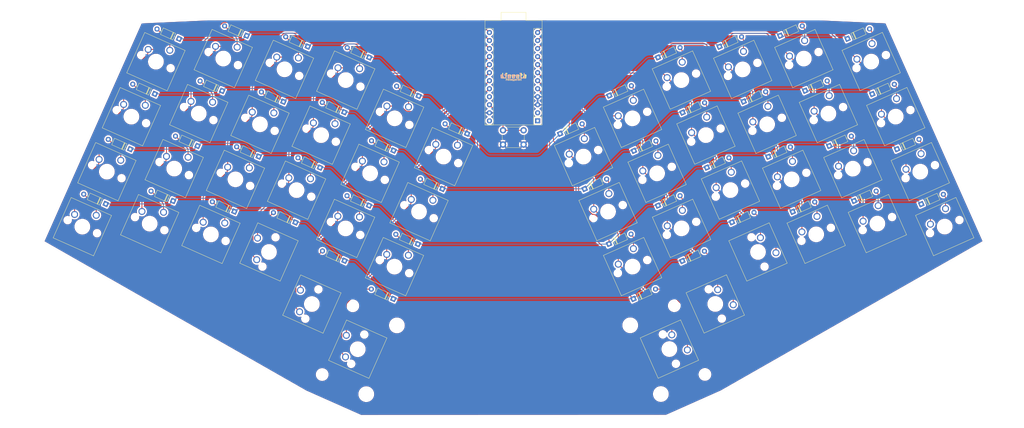
<source format=kicad_pcb>
(kicad_pcb (version 20211014) (generator pcbnew)
  (title_block (title "Lineata") (date "2021-08-02") (rev "0.1"))
  (layers (0 "F.Cu" signal) (31 "B.Cu" signal) (34 "B.Paste" user) (35 "F.Paste" user) (36 "B.SilkS" user "B.Silkscreen") (37 "F.SilkS" user "F.Silkscreen") (38 "B.Mask" user) (39 "F.Mask" user) (44 "Edge.Cuts" user))
  (net 0 "")
  (net 1 "Net-(D1-Pad2)")
  (net 2 "Net-(D1-Pad1)")
  (net 3 "Net-(D2-Pad2)")
  (net 4 "Net-(D10-Pad1)")
  (net 5 "Net-(D3-Pad2)")
  (net 6 "Net-(D11-Pad1)")
  (net 7 "Net-(D4-Pad2)")
  (net 8 "Net-(D12-Pad1)")
  (net 9 "Net-(D5-Pad2)")
  (net 10 "Net-(D6-Pad2)")
  (net 11 "Net-(D7-Pad2)")
  (net 12 "Net-(D8-Pad2)")
  (net 13 "Net-(D9-Pad2)")
  (net 14 "Net-(D10-Pad2)")
  (net 15 "Net-(D11-Pad2)")
  (net 16 "Net-(D12-Pad2)")
  (net 17 "Net-(D13-Pad2)")
  (net 18 "Net-(D14-Pad2)")
  (net 19 "Net-(D15-Pad2)")
  (net 20 "Net-(D16-Pad2)")
  (net 21 "Net-(D17-Pad2)")
  (net 22 "Net-(D18-Pad2)")
  (net 23 "Net-(D19-Pad2)")
  (net 24 "Net-(D20-Pad2)")
  (net 25 "Net-(D21-Pad2)")
  (net 26 "Net-(D22-Pad2)")
  (net 27 "Net-(D23-Pad2)")
  (net 28 "Net-(D24-Pad2)")
  (net 29 "Net-(D25-Pad2)")
  (net 30 "Net-(D26-Pad2)")
  (net 31 "Net-(D27-Pad2)")
  (net 32 "Net-(D28-Pad2)")
  (net 33 "Net-(D29-Pad2)")
  (net 34 "Net-(D30-Pad2)")
  (net 35 "Net-(D31-Pad2)")
  (net 36 "Net-(D32-Pad2)")
  (net 37 "Net-(D33-Pad2)")
  (net 38 "Net-(D34-Pad2)")
  (net 39 "Net-(D35-Pad2)")
  (net 40 "Net-(D36-Pad2)")
  (net 41 "Net-(D37-Pad2)")
  (net 42 "Net-(D38-Pad2)")
  (net 43 "Net-(D39-Pad2)")
  (net 44 "Net-(D40-Pad2)")
  (net 45 "Net-(D41-Pad2)")
  (net 46 "Net-(D42-Pad2)")
  (net 47 "Net-(D43-Pad2)")
  (net 48 "Net-(D44-Pad2)")
  (net 49 "Net-(D45-Pad2)")
  (net 50 "Net-(D46-Pad2)")
  (net 51 "Net-(D47-Pad2)")
  (net 52 "Net-(D48-Pad2)")
  (net 53 "Net-(SW1-Pad2)")
  (net 54 "Net-(SW5-Pad2)")
  (net 55 "Net-(SW10-Pad2)")
  (net 56 "GND")
  (net 57 "Net-(U1-Pad24)")
  (net 58 "Net-(U1-Pad2)")
  (net 59 "Net-(U1-Pad1)")
  (net 60 "Net-(SW13-Pad2)")
  (net 61 "Net-(SW17-Pad2)")
  (net 62 "Net-(SW21-Pad2)")
  (net 63 "Net-(SW25-Pad2)")
  (net 64 "Net-(SW29-Pad2)")
  (net 65 "Net-(SW33-Pad2)")
  (net 66 "Net-(SW37-Pad2)")
  (net 67 "Net-(SW41-Pad2)")
  (net 68 "Net-(SW45-Pad2)")
  (net 69 "Net-(SW49-Pad2)")
  (net 70 "Net-(U1-Pad21)")
  (footprint "Diode_THT:D_DO-35_SOD27_P7.62mm_Horizontal" (layer "F.Cu") (at 86.6775 112.014 156)
    (fp_text reference "D2" hide)
    (fp_text value "D")
  )
  (footprint "Diode_THT:D_DO-35_SOD27_P7.62mm_Horizontal" (layer "F.Cu") (at 78.9305 129.4765 156)
    (fp_text reference "D3" hide)
    (fp_text value "D")
  )
  (footprint "Diode_THT:D_DO-35_SOD27_P7.62mm_Horizontal" (layer "F.Cu") (at 71.1835 146.812 156)
    (fp_text reference "D4" hide)
    (fp_text value "D")
  )
  (footprint "Diode_THT:D_DO-35_SOD27_P7.62mm_Horizontal" (layer "F.Cu") (at 115.697 93.599 156)
    (fp_text reference "D5" hide)
    (fp_text value "D")
  )
  (footprint "Diode_THT:D_DO-35_SOD27_P7.62mm_Horizontal" (layer "F.Cu") (at 107.95 111.0361 156)
    (fp_text reference "D6" hide)
    (fp_text value "D")
  )
  (footprint "Diode_THT:D_DO-35_SOD27_P7.62mm_Horizontal" (layer "F.Cu") (at 100.1776 128.4605 156)
    (fp_text reference "D7" hide)
    (fp_text value "D")
  )
  (footprint "Diode_THT:D_DO-35_SOD27_P7.62mm_Horizontal" (layer "F.Cu") (at 92.456 145.8595 156)
    (fp_text reference "D8" hide)
    (fp_text value "D")
  )
  (footprint "Diode_THT:D_DO-35_SOD27_P7.62mm_Horizontal" (layer "F.Cu") (at 135.001 97.028 156)
    (fp_text reference "D9" hide)
    (fp_text value "D")
  )
  (footprint "Diode_THT:D_DO-35_SOD27_P7.62mm_Horizontal" (layer "F.Cu") (at 127.3175 114.4905 156)
    (fp_text reference "D10" hide)
    (fp_text value "D")
  )
  (footprint "Diode_THT:D_DO-35_SOD27_P7.62mm_Horizontal" (layer "F.Cu") (at 111.8235 149.225 156)
    (fp_text reference "D12" hide)
    (fp_text value "D")
  )
  (footprint "Diode_THT:D_DO-35_SOD27_P7.62mm_Horizontal" (layer "F.Cu") (at 154.432 100.457 156)
    (fp_text reference "D13" hide)
    (fp_text value "D")
  )
  (footprint "Diode_THT:D_DO-35_SOD27_P7.62mm_Horizontal" (layer "F.Cu") (at 146.558 117.7925 156)
    (fp_text reference "D14" hide)
    (fp_text value "D")
  )
  (footprint "Diode_THT:D_DO-35_SOD27_P7.62mm_Horizontal" (layer "F.Cu") (at 138.8745 135.3185 156)
    (fp_text reference "D15" hide)
    (fp_text value "D")
  )
  (footprint "Diode_THT:D_DO-35_SOD27_P7.62mm_Horizontal" (layer "F.Cu") (at 131.1275 152.654 156)
    (fp_text reference "D16" hide)
    (fp_text value "D")
  )
  (footprint "Diode_THT:D_DO-35_SOD27_P7.62mm_Horizontal" (layer "F.Cu") (at 170.053 112.649 156)
    (fp_text reference "D17" hide)
    (fp_text value "D")
  )
  (footprint "Diode_THT:D_DO-35_SOD27_P7.62mm_Horizontal" (layer "F.Cu") (at 162.1155 129.921 156)
    (fp_text reference "D18" hide)
    (fp_text value "D")
  )
  (footprint "Diode_THT:D_DO-35_SOD27_P7.62mm_Horizontal" (layer "F.Cu") (at 154.3685 147.32 156)
    (fp_text reference "D19" hide)
    (fp_text value "D")
  )
  (footprint "Diode_THT:D_DO-35_SOD27_P7.62mm_Horizontal" (layer "F.Cu") (at 146.6215 164.7825 156)
    (fp_text reference "D20" hide)
    (fp_text value "D")
  )
  (footprint "Diode_THT:D_DO-35_SOD27_P7.62mm_Horizontal" (layer "F.Cu") (at 185.3565 124.587 156)
    (fp_text reference "D21" hide)
    (fp_text value "D")
  )
  (footprint "Diode_THT:D_DO-35_SOD27_P7.62mm_Horizontal" (layer "F.Cu") (at 177.546 142.0495 156)
    (fp_text reference "D22" hide)
    (fp_text value "D")
  )
  (footprint "Diode_THT:D_DO-35_SOD27_P7.62mm_Horizontal" (layer "F.Cu") (at 169.799 159.512 156)
    (fp_text reference "D23" hide)
    (fp_text value "D")
  )
  (footprint "Diode_THT:D_DO-35_SOD27_P7.62mm_Horizontal" (layer "F.Cu") (at 162.052 176.8475 156)
    (fp_text reference "D24" hide)
    (fp_text value "D")
  )
  (footprint "Diode_THT:D_DO-35_SOD27_P7.62mm_Horizontal" (layer "F.Cu") (at 214.737 124.587846 24)
    (fp_text reference "D25" hide)
    (fp_text value "D")
  )
  (footprint "Diode_THT:D_DO-35_SOD27_P7.62mm_Horizontal" (layer "F.Cu") (at 222.484 142.0495 24)
    (fp_text reference "D26" hide)
    (fp_text value "D")
  )
  (footprint "Diode_THT:D_DO-35_SOD27_P7.62mm_Horizontal" (layer "F.Cu") (at 230.1875 159.4485 24)
    (fp_text reference "D27" hide)
    (fp_text value "D")
  )
  (footprint "Diode_THT:D_DO-35_SOD27_P7.62mm_Horizontal" (layer "F.Cu") (at 237.9145 176.8475 24)
    (fp_text reference "D28" hide)
    (fp_text value "D")
  )
  (footprint "Diode_THT:D_DO-35_SOD27_P7.62mm_Horizontal" (layer "F.Cu") (at 230.2915 112.522 24)
    (fp_text reference "D29" hide)
    (fp_text value "D")
  )
  (footprint "Diode_THT:D_DO-35_SOD27_P7.62mm_Horizontal" (layer "F.Cu") (at 238.0615 130.003846 24)
    (fp_text reference "D30" hide)
    (fp_text value "D")
  )
  (footprint "Diode_THT:D_DO-35_SOD27_P7.62mm_Horizontal" (layer "F.Cu") (at 245.6815 147.32 24)
    (fp_text reference "D31" hide)
    (fp_text value "D")
  )
  (footprint "Diode_THT:D_DO-35_SOD27_P7.62mm_Horizontal" (layer "F.Cu") (at 253.365 164.846 24)
    (fp_text reference "D32" hide)
    (fp_text value "D")
  )
  (footprint "Diode_THT:D_DO-35_SOD27_P7.62mm_Horizontal" (layer "F.Cu") (at 245.6815 100.453846 24)
    (fp_text reference "D33" hide)
    (fp_text value "D")
  )
  (footprint "Diode_THT:D_DO-35_SOD27_P7.62mm_Horizontal" (layer "F.Cu") (at 253.4285 117.903846 24)
    (fp_text reference "D34" hide)
    (fp_text value "D")
  )
  (footprint "Diode_THT:D_DO-35_SOD27_P7.62mm_Horizontal" (layer "F.Cu") (at 261.112 135.303846 24)
    (fp_text reference "D35" hide)
    (fp_text value "D")
  )
  (footprint "Diode_THT:D_DO-35_SOD27_P7.62mm_Horizontal" (layer "F.Cu") (at 269.0415 152.5905 24)
    (fp_text reference "D36" hide)
    (fp_text value "D" hide)
  )
  (footprint "Diode_THT:D_DO-35_SOD27_P7.62mm_Horizontal" (layer "F.Cu") (at 265.1125 97.053846 24)
    (fp_text reference "D37" hide)
    (fp_text value "D")
  )
  (footprint "Diode_THT:D_DO-35_SOD27_P7.62mm_Horizontal" (layer "F.Cu") (at 272.7325 114.427 24)
    (fp_text reference "D38" hide)
    (fp_text value "D")
  )
  (footprint "Diode_THT:D_DO-35_SOD27_P7.62mm_Horizontal" (layer "F.Cu") (at 280.5415 131.8895 24)
    (fp_text reference "D39" hide)
    (fp_text value "D")
  )
  (footprint "Diode_THT:D_DO-35_SOD27_P7.62mm_Horizontal" (layer "F.Cu") (at 288.2265 149.2885 24)
    (fp_text reference "D40" hide)
    (fp_text value "D")
  )
  (footprint "Diode_THT:D_DO-35_SOD27_P7.62mm_Horizontal" (layer "F.Cu") (at 284.2895 93.599 24)
    (fp_text reference "D41" hide)
    (fp_text value "D")
  )
  (footprint "Diode_THT:D_DO-35_SOD27_P7.62mm_Horizontal" (layer "F.Cu") (at 292.1635 110.998 24)
    (fp_text reference "D42" hide)
    (fp_text value "D")
  )
  (footprint "Diode_THT:D_DO-35_SOD27_P7.62mm_Horizontal" (layer "F.Cu") (at 299.7835 128.4605 24)
    (fp_text reference "D43" hide)
    (fp_text value "D")
  )
  (footprint "Diode_THT:D_DO-35_SOD27_P7.62mm_Horizontal" (layer "F.Cu") (at 307.6415 145.8595 24)
    (fp_text reference "D44" hide)
    (fp_text value "D")
  )
  (footprint "Diode_THT:D_DO-35_SOD27_P7.62mm_Horizontal" (layer "F.Cu") (at 305.562 94.5515 24)
    (fp_text reference "D45" hide)
    (fp_text value "D")
  )
  (footprint "Diode_THT:D_DO-35_SOD27_P7.62mm_Horizontal" (layer "F.Cu") (at 313.3725 112.053846 24)
    (fp_text reference "D46" hide)
    (fp_text value "D")
  )
  (footprint "Diode_THT:D_DO-35_SOD27_P7.62mm_Horizontal" (layer "F.Cu") (at 321.183 129.4765 24)
    (fp_text reference "D47" hide)
    (fp_text value "D")
  )
  (footprint "Diode_THT:D_DO-35_SOD27_P7.62mm_Horizontal" (layer "F.Cu") (at 328.8665 146.8755 24)
    (fp_text reference "D48" hide)
    (fp_text value "D")
  )
  (footprint "Custom Libraries & Footprints:SW_Cherry_MX_1.00u_PCB" (layer "F.Cu") (at 83.673 115.5955 -24)
    (fp_text reference "SW2" hide)
    (fp_text value "SW_Push")
  )
  (footprint "Custom Libraries & Footprints:SW_Cherry_MX_1.00u_PCB" (layer "F.Cu") (at 75.923 132.9955 -24)
    (fp_text reference "SW3" hide)
    (fp_text value "SW_Push")
  )
  (footprint "Custom Libraries & Footprints:SW_Cherry_MX_1.00u_PCB" (layer "F.Cu") (at 68.173 150.3955 -24)
    (fp_text reference "SW4" hide)
    (fp_text value "SW_Push")
  )
  (footprint "Custom Libraries & Footprints:SW_Cherry_MX_1.00u_PCB" (layer "F.Cu") (at 112.698 97.2205 -24)
    (fp_text reference "SW5" hide)
    (fp_text value "SW_Push")
  )
  (footprint "Custom Libraries & Footprints:SW_Cherry_MX_1.00u_PCB" (layer "F.Cu") (at 104.948 114.6205 -24)
    (fp_text reference "SW6" hide)
    (fp_text value "SW_Push")
  )
  (footprint "Custom Libraries & Footprints:SW_Cherry_MX_1.00u_PCB" (layer "F.Cu") (at 97.198 132.0205 -24)
    (fp_text reference "SW7" hide)
    (fp_text value "SW_Push")
  )
  (footprint "Custom Libraries & Footprints:SW_Cherry_MX_1.00u_PCB" (layer "F.Cu") (at 89.448 149.4455 -24)
    (fp_text reference "SW8" hide)
    (fp_text value "SW_Push")
  )
  (footprint "Custom Libraries & Footprints:SW_Cherry_MX_1.00u_PCB" (layer "F.Cu") (at 132.048 100.6205 -24)
    (fp_text reference "SW9" hide)
    (fp_text value "SW_Push")
  )
  (footprint "Custom Libraries & Footprints:SW_Cherry_MX_1.00u_PCB" (layer "F.Cu") (at 124.298 118.0205 -24)
    (fp_text reference "SW10" hide)
    (fp_text value "SW_Push")
  )
  (footprint "Custom Libraries & Footprints:SW_Cherry_MX_1.00u_PCB" (layer "F.Cu") (at 116.548 135.4205 -24)
    (fp_text reference "SW11" hide)
    (fp_text value "SW_Push")
  )
  (footprint "Custom Libraries & Footprints:SW_Cherry_MX_1.00u_PCB" (layer "F.Cu") (at 108.798 152.8455 -24)
    (fp_text reference "SW12" hide)
    (fp_text value "SW_Push")
  )
  (footprint "Custom Libraries & Footprints:SW_Cherry_MX_1.00u_PCB" (layer "F.Cu") (at 151.398 104.0205 -24)
    (fp_text reference "SW13" hide)
    (fp_text value "SW_Push")
  )
  (footprint "Custom Libraries & Footprints:SW_Cherry_MX_1.00u_PCB" (layer "F.Cu") (at 143.623 121.4455 -24)
    (fp_text reference "SW14" hide)
    (fp_text value "SW_Push")
  )
  (footprint "Custom Libraries & Footprints:SW_Cherry_MX_1.00u_PCB" (layer "F.Cu") (at 135.873 138.8378 -24)
    (fp_text reference "SW15" hide)
    (fp_text value "SW_Push")
  )
  (footprint "Custom Libraries & Footprints:SW_Cherry_MX_1.00u_PCB" (layer "F.Cu") (at 166.848 116.1205 -24)
    (fp_text reference "SW17" hide)
    (fp_text value "SW_Push")
  )
  (footprint "Custom Libraries & Footprints:SW_Cherry_MX_1.00u_PCB" (layer "F.Cu") (at 159.098 133.5205 -24)
    (fp_text reference "SW18" hide)
    (fp_text value "SW_Push")
  )
  (footprint "Custom Libraries & Footprints:SW_Cherry_MX_1.00u_PCB" (layer "F.Cu") (at 151.348 150.9455 -24)
    (fp_text reference "SW19" hide)
    (fp_text value "SW_Push")
  )
  (footprint "Custom Libraries & Footprints:Sparkfun_Pro_Micro" (layer "F.Cu") (at 207.645 120.523 180)
    (fp_text reference "U1" hide)
    (fp_text value "Sparkfun_Pro_Micro")
  )
  (footprint "Diode_THT:D_DO-35_SOD27_P7.62mm_Horizontal" (layer "F.Cu") (at 94.3356 94.5769 156)
    (fp_text reference "D1" hide)
    (fp_text value "D")
  )
  (footprint "Custom Libraries & Footprints:SW_Cherry_MX_1.00u_PCB" (layer "F.Cu") (at 91.423 98.1955 -24)
    (fp_text reference "SW1" hide)
    (fp_text value "SW_Push")
  )
  (footprint "Custom Libraries & Footprints:SW_Cherry_MX_1.75u_PCB" (layer "F.Cu") (at 132.698 174.0955 66)
    (fp_text reference "SW20" hide)
    (fp_text value "SW_Push")
  )
  (footprint "Custom Libraries & Footprints:SW_Cherry_MX_1.00u_PCB" (layer "F.Cu") (at 182.298 128.2205 -24)
    (fp_text reference "SW21" hide)
    (fp_text value "SW_Push")
  )
  (footprint "Custom Libraries & Footprints:SW_Cherry_MX_1.00u_PCB" (layer "F.Cu") (at 174.548 145.6455 -24)
    (fp_text reference "SW22" hide)
    (fp_text value "SW_Push")
  )
  (footprint "Custom Libraries & Footprints:SW_Cherry_MX_1.00u_PCB" (layer "F.Cu") (at 166.798 163.0378 -24)
    (fp_text reference "SW23" hide)
    (fp_text value "SW_Push")
  )
  (footprint "Custom Libraries & Footprints:SW_Cherry_MX_2.00u_PCB" (layer "F.Cu") (at 147.198 188.3705 66)
    (fp_text reference "SW24" hide)
    (fp_text value "SW_Push")
  )
  (footprint "Custom Libraries & Footprints:SW_Cherry_MX_1.00u_PCB" (layer "F.Cu") (at 222.3915 126.153846 24)
    (fp_text reference "SW25" hide)
    (fp_text value "SW_Push")
  )
  (footprint "Custom Libraries & Footprints:SW_Cherry_MX_1.00u_PCB" (layer "F.Cu") (at 230.1415 143.553846 24)
    (fp_text reference "SW26" hide)
    (fp_text value "SW_Push")
  )
  (footprint "Custom Libraries & Footprints:SW_Cherry_MX_1.00u_PCB" (layer "F.Cu") (at 237.8915 160.953846 24)
    (fp_text reference "SW27" hide)
    (fp_text value "SW_Push")
  )
  (footprint "Custom Libraries & Footprints:SW_Cherry_MX_2.00u_PCB" (layer "F.Cu") (at 254.9415 192.978846 -66)
    (fp_text reference "SW28" hide)
    (fp_text value "SW_Push")
  )
  (footprint "Custom Libraries & Footprints:SW_Cherry_MX_1.00u_PCB" (layer "F.Cu") (at 237.8665 114.053846 24)
    (fp_text reference "SW29" hide)
    (fp_text value "SW_Push")
  )
  (footprint "Custom Libraries & Footprints:SW_Cherry_MX_1.00u_PCB" (layer "F.Cu") (at 245.6415 131.453846 24)
    (fp_text reference "SW30" hide)
    (fp_text value "SW_Push")
  )
  (footprint "Custom Libraries & Footprints:SW_Cherry_MX_1.00u_PCB" (layer "F.Cu") (at 253.3665 148.853846 24)
    (fp_text reference "SW31" hide)
    (fp_text value "SW_Push")
  )
  (footprint "Custom Libraries & Footprints:SW_Cherry_MX_1.75u_PCB" (layer "F.Cu") (at 269.4415 178.703846 -66)
    (fp_text reference "SW32" hide)
    (fp_text value "SW_Push")
  )
  (footprint "Custom Libraries & Footprints:SW_Cherry_MX_1.00u_PCB" (layer "F.Cu") (at 253.3165 101.953846 24)
    (fp_text reference "SW33" hide)
    (fp_text value "SW_Push")
  )
  (footprint "Custom Libraries & Footprints:SW_Cherry_MX_1.00u_PCB" (layer "F.Cu") (at 261.0665 119.353846 24)
    (fp_text reference "SW34" hide)
    (fp_text value "SW_Push")
  )
  (footprint "Custom Libraries & Footprints:SW_Cherry_MX_1.00u_PCB" (layer "F.Cu") (at 268.8165 136.753846 24)
    (fp_text reference "SW35" hide)
    (fp_text value "SW_Push")
  )
  (footprint "Custom Libraries & Footprints:SW_Cherry_MX_1.00u_PCB" (layer "F.Cu") (at 272.6815 98.573846 24)
    (fp_text reference "SW37" hide)
    (fp_text value "SW_Push")
  )
  (footprint "Custom Libraries & Footprints:SW_Cherry_MX_1.00u_PCB" (layer "F.Cu") (at 280.4065 115.948846 24)
    (fp_text reference "SW38" hide)
    (fp_text value "SW_Push")
  )
  (footprint "Custom Libraries & Footprints:SW_Cherry_MX_1.00u_PCB" (layer "F.Cu") (at 288.1565 133.348846 24)
    (fp_text reference "SW39" hide)
    (fp_text value "SW_Push")
  )
  (footprint "Custom Libraries & Footprints:SW_Cherry_MX_1.00u_PCB" (layer "F.Cu") (at 295.9065 150.748846 24)
    (fp_text reference "SW40" hide)
    (fp_text value "SW_Push")
  )
  (footprint "Custom Libraries & Footprints:SW_Cherry_MX_1.00u_PCB" (layer "F.Cu") (at 292.0065 95.148846 24)
    (fp_text reference "SW41" hide)
    (fp_text value "SW_Push")
  )
  (footprint "Custom Libraries & Footprints:SW_Cherry_MX_1.00u_PCB" (layer "F.Cu") (at 299.7665 112.553846 24)
    (fp_text reference "SW42" hide)
    (fp_text value "SW_Push")
  )
  (footprint "Custom Libraries & Footprints:SW_Cherry_MX_1.00u_PCB" (layer "F.Cu") (at 307.4915 129.978846 24)
    (fp_text reference "SW43" hide)
    (fp_text value "SW_Push")
  )
  (footprint "Custom Libraries & Footprints:SW_Cherry_MX_1.00u_PCB" (layer "F.Cu") (at 315.2415 147.353846 24)
    (fp_text reference "SW44" hide)
    (fp_text value "SW_Push")
  )
  (footprint "Custom Libraries & Footprints:SW_Cherry_MX_1.00u_PCB" (layer "F.Cu") (at 313.2915 96.103846 24)
    (fp_text reference "SW45" hide)
    (fp_text value "SW_Push")
  )
  (footprint "Custom Libraries & Footprints:SW_Cherry_MX_1.00u_PCB" (layer "F.Cu") (at 321.0415 113.503846 24)
    (fp_text reference "SW46" hide)
    (fp_text value "SW_Push")
  )
  (footprint "Custom Libraries & Footprints:SW_Cherry_MX_1.00u_PCB" (layer "F.Cu") (at 328.7915 130.928846 24)
    (fp_text reference "SW47" hide)
    (fp_text value "SW_Push")
  )
  (footprint "Custom Libraries & Footprints:SW_Cherry_MX_1.00u_PCB" (layer "F.Cu") (at 336.5165 148.303846 24)
    (fp_text reference "SW48" hide)
    (fp_text value "SW_Push")
  )
  (footprint "Custom Libraries & Footprints:SW_Cherry_MX_1.25u_PCB" (layer "F.Cu") (at 119.148 157.6205 66)
    (fp_text reference "SW16" hide)
    (fp_text value "SW_Push")
  )
  (footprint "Custom Libraries & Footprints:SW_Cherry_MX_1.25u_PCB" (layer "F.Cu") (at 282.9415 162.253846 -66)
    (fp_text reference "SW36" hide)
    (fp_text value "SW_Push")
  )
  (footprint "Diode_THT:D_DO-35_SOD27_P7.62mm_Horizontal" (layer "F.Cu") (at 119.507 131.826 156)
    (fp_text reference "D11" hide)
    (fp_text value "D")
  )
  (footprint "Button_Switch_THT:SW_PUSH_6mm" (layer "F.Cu") (at 203.2 128.016 180)
    (fp_text reference "SW49" hide)
    (fp_text value "SW_Push")
  )
  (gr_line (start 82.209018 89.227513) (end 51.210685 158.830554) (layer "Edge.Cuts") (width 0.01))
  (gr_line (start 248.314391 214.00187) (end 265.717432 206.253537) (layer "Edge.Cuts") (width 0.01))
  (gr_line (start 296.579671 88.247081) (end 103.484018 88.252513) (layer "Edge.Cuts") (width 0.01))
  (gr_line (start 134.355846 206.286002) (end 151.758887 214.034335) (layer "Edge.Cuts") (width 0.01))
  (gr_line (start 265.717432 206.253537) (end 348.838004 158.805122) (layer "Edge.Cuts") (width 0.01))
  (gr_line (start 317.864671 89.202081) (end 296.579671 88.247081) (layer "Edge.Cuts") (width 0.01))
  (gr_line (start 348.838004 158.805122) (end 317.864671 89.202081) (layer "Edge.Cuts") (width 0.01))
  (gr_line (start 151.758887 214.034335) (end 248.314391 214.00187) (layer "Edge.Cuts") (width 0.01))
  (gr_line (start 51.210685 158.830554) (end 134.355846 206.286002) (layer "Edge.Cuts") (width 0.01))
  (gr_line (start 103.484018 88.252513) (end 82.209018 89.227513) (layer "Edge.Cuts") (width 0.01))
  (gr_text "Lineata" (at 199.8345 106.299) (layer "B.SilkS") (effects (font (size 1.5 1.5) (thickness 0.3) italic) (justify mirror)))
  (gr_text "Prototype 0.1" (at 200.025 107.5055) (layer "B.SilkS") (effects (font (size 0.5 0.5) (thickness 0.1) italic) (justify mirror)))
  (gr_text "Prototype 0.1" (at 200.0885 107.5055) (layer "F.SilkS") (effects (font (size 0.5 0.5) (thickness 0.1) italic)))
  (gr_text "Lineata" (at 200.152 106.299) (layer "F.SilkS") (effects (font (size 1.5 1.5) (thickness 0.3) italic)))
  (segment (start 90.951442 95.054625) (end 87.374384 91.477567) (width 0.25) (layer "F.Cu") (net 1))
  (segment (start 91.423 98.1955) (end 91.423 96.193067) (width 0.25) (layer "F.Cu") (net 1))
  (arc (start 90.951442 95.054625) (mid 91.300446 95.576947) (end 91.423 96.193067) (width 0.25) (layer "F.Cu") (net 1))
  (segment (start 185.828058 114.399942) (end 192.405 107.823) (width 0.25) (layer "F.Cu") (net 2))
  (segment (start 185.3565 124.587) (end 185.3565 115.538384) (width 0.25) (layer "F.Cu") (net 2))
  (arc (start 185.828058 114.399942) (mid 185.479054 114.922264) (end 185.3565 115.538384) (width 0.25) (layer "F.Cu") (net 2))
  (segment (start 135.001 97.028) (end 135.324776 96.704224) (width 0.25) (layer "B.Cu") (net 2))
  (segment (start 158.332558 100.928558) (end 170.053 112.649) (width 0.25) (layer "B.Cu") (net 2))
  (segment (start 305.562 94.5515) (end 305.205903 94.195403) (width 0.25) (layer "B.Cu") (net 2))
  (segment (start 265.1125 97.053846) (end 264.759724 96.70107) (width 0.25) (layer "B.Cu") (net 2))
  (segment (start 249.434276 96.70107) (end 245.6815 100.453846) (width 0.25) (layer "B.Cu") (net 2))
  (segment (start 131.248224 93.275224) (end 135.001 97.028) (width 0.25) (layer "B.Cu") (net 2))
  (segment (start 154.432 100.457) (end 157.194116 100.457) (width 0.25) (layer "B.Cu") (net 2))
  (segment (start 241.888096 100.925404) (end 230.2915 112.522) (width 0.25) (layer "B.Cu") (net 2))
  (segment (start 263.621282 96.229512) (end 250.572718 96.229512) (width 0.25) (layer "B.Cu") (net 2))
  (segment (start 245.6815 100.453846) (end 243.026538 100.453846) (width 0.25) (layer "B.Cu") (net 2))
  (segment (start 208.478404 130.846442) (end 214.737 124.587846) (width 0.25) (layer "B.Cu") (net 2))
  (segment (start 173.890058 113.120558) (end 185.3565 124.587) (width 0.25) (layer "B.Cu") (net 2))
  (segment (start 192.754384 131.318) (end 207.339962 131.318) (width 0.25) (layer "B.Cu") (net 2))
  (segment (start 226.331288 112.993558) (end 214.737 124.587846) (width 0.25) (layer "B.Cu") (net 2))
  (segment (start 115.697 93.599) (end 116.020776 93.275224) (width 0.25) (layer "B.Cu") (net 2))
  (segment (start 282.853128 92.829512) (end 270.003718 92.829512) (width 0.25) (layer "B.Cu") (net 2))
  (segment (start 170.053 112.649) (end 172.751616 112.649) (width 0.25) (layer "B.Cu") (net 2))
  (segment (start 284.414345 93.723845) (end 284.2895 93.599) (width 0.25) (layer "B.Cu") (net 2))
  (segment (start 284.2895 93.599) (end 283.99157 93.30107) (width 0.25) (layer "B.Cu") (net 2))
  (segment (start 230.2915 112.522) (end 227.46973 112.522) (width 0.25) (layer "B.Cu") (net 2))
  (segment (start 94.3356 94.5769) (end 114.052216 94.5769) (width 0.25) (layer "B.Cu") (net 2))
  (segment (start 136.463218 96.232666) (end 149.540782 96.232666) (width 0.25) (layer "B.Cu") (net 2))
  (segment (start 115.190658 94.105342) (end 115.697 93.599) (width 0.25) (layer "B.Cu") (net 2))
  (segment (start 117.159218 92.803666) (end 130.109782 92.803666) (width 0.25) (layer "B.Cu") (net 2))
  (segment (start 304.067461 93.723845) (end 284.414345 93.723845) (width 0.25) (layer "B.Cu") (net 2))
  (segment (start 268.865276 93.30107) (end 265.1125 97.053846) (width 0.25) (layer "B.Cu") (net 2))
  (segment (start 185.3565 124.587) (end 191.615942 130.846442) (width 0.25) (layer "B.Cu") (net 2))
  (segment (start 150.679224 96.704224) (end 154.432 100.457) (width 0.25) (layer "B.Cu") (net 2))
  (arc (start 305.205903 94.195403) (mid 304.683581 93.846399) (end 304.067461 93.723845) (width 0.25) (layer "B.Cu") (net 2))
  (arc (start 131.248224 93.275224) (mid 130.725902 92.92622) (end 130.109782 92.803666) (width 0.25) (layer "B.Cu") (net 2))
  (arc (start 158.332558 100.928558) (mid 157.810236 100.579554) (end 157.194116 100.457) (width 0.25) (layer "B.Cu") (net 2))
  (arc (start 173.890058 113.120558) (mid 173.367736 112.771554) (end 172.751616 112.649) (width 0.25) (layer "B.Cu") (net 2))
  (arc (start 208.478404 130.846442) (mid 207.956082 131.195446) (end 207.339962 131.318) (width 0.25) (layer "B.Cu") (net 2))
  (arc (start 149.540782 96.232666) (mid 150.156902 96.35522) (end 150.679224 96.704224) (width 0.25) (layer "B.Cu") (net 2))
  (arc (start 241.888096 100.925404) (mid 242.410418 100.5764) (end 243.026538 100.453846) (width 0.25) (layer "B.Cu") (net 2))
  (arc (start 135.324776 96.704224) (mid 135.847098 96.35522) (end 136.463218 96.232666) (width 0.25) (layer "B.Cu") (net 2))
  (arc (start 114.052216 94.5769) (mid 114.668336 94.454346) (end 115.190658 94.105342) (width 0.25) (layer "B.Cu") (net 2))
  (arc (start 192.754384 131.318) (mid 192.138264 131.195446) (end 191.615942 130.846442) (width 0.25) (layer "B.Cu") (net 2))
  (arc (start 282.853128 92.829512) (mid 283.469248 92.952066) (end 283.99157 93.30107) (width 0.25) (layer "B.Cu") (net 2))
  (arc (start 226.331288 112.993558) (mid 226.85361 112.644554) (end 227.46973 112.522) (width 0.25) (layer "B.Cu") (net 2))
  (arc (start 264.759724 96.70107) (mid 264.237402 96.352066) (end 263.621282 96.229512) (width 0.25) (layer "B.Cu") (net 2))
  (arc (start 270.003718 92.829512) (mid 269.387598 92.952066) (end 268.865276 93.30107) (width 0.25) (layer "B.Cu") (net 2))
  (arc (start 116.020776 93.275224) (mid 116.543098 92.92622) (end 117.159218 92.803666) (width 0.25) (layer "B.Cu") (net 2))
  (arc (start 249.434276 96.70107) (mid 249.956598 96.352066) (end 250.572718 96.229512) (width 0.25) (layer "B.Cu") (net 2))
  (segment (start 83.673 115.5955) (end 83.673 113.538267) (width 0.25) (layer "F.Cu") (net 3))
  (segment (start 83.201442 112.399825) (end 79.716284 108.914667) (width 0.25) (layer "F.Cu") (net 3))
  (arc (start 83.673 113.538267) (mid 83.550446 112.922147) (end 83.201442 112.399825) (width 0.25) (layer "F.Cu") (net 3))
  (segment (start 188.595 114.839884) (end 188.595 130.333616) (width 0.25) (layer "F.Cu") (net 4))
  (segment (start 192.405 110.363) (end 189.066558 113.701442) (width 0.25) (layer "F.Cu") (net 4))
  (segment (start 188.123442 131.472058) (end 177.546 142.0495) (width 0.25) (layer "F.Cu") (net 4))
  (arc (start 188.595 114.839884) (mid 188.717554 114.223764) (end 189.066558 113.701442) (width 0.25) (layer "F.Cu") (net 4))
  (arc (start 188.595 130.333616) (mid 188.472446 130.949736) (end 188.123442 131.472058) (width 0.25) (layer "F.Cu") (net 4))
  (segment (start 146.558 117.7925) (end 149.320116 117.7925) (width 0.25) (layer "B.Cu") (net 4))
  (segment (start 165.889058 130.392558) (end 177.546 142.0495) (width 0.25) (layer "B.Cu") (net 4))
  (segment (start 127.3175 114.4905) (end 127.768276 114.039724) (width 0.25) (layer "B.Cu") (net 4))
  (segment (start 290.701282 110.202666) (end 277.623718 110.202666) (width 0.25) (layer "B.Cu") (net 4))
  (segment (start 123.564724 110.737724) (end 127.3175 114.4905) (width 0.25) (layer "B.Cu") (net 4))
  (segment (start 162.1155 129.921) (end 164.750616 129.921) (width 0.25) (layer "B.Cu") (net 4))
  (segment (start 249.689942 118.375404) (end 238.0615 130.003846) (width 0.25) (layer "B.Cu") (net 4))
  (segment (start 234.058096 130.475404) (end 222.484 142.0495) (width 0.25) (layer "B.Cu") (net 4))
  (segment (start 177.546 142.0495) (end 222.484 142.0495) (width 0.25) (layer "B.Cu") (net 4))
  (segment (start 253.4285 117.903846) (end 250.828384 117.903846) (width 0.25) (layer "B.Cu") (net 4))
  (segment (start 109.386818 110.266166) (end 122.426282 110.266166) (width 0.25) (layer "B.Cu") (net 4))
  (segment (start 107.95 111.0361) (end 108.248376 110.737724) (width 0.25) (layer "B.Cu") (net 4))
  (segment (start 238.0615 130.003846) (end 235.196538 130.003846) (width 0.25) (layer "B.Cu") (net 4))
  (segment (start 272.7325 114.427) (end 272.45657 114.15107) (width 0.25) (layer "B.Cu") (net 4))
  (segment (start 142.805224 114.039724) (end 146.558 117.7925) (width 0.25) (layer "B.Cu") (net 4))
  (segment (start 313.3725 112.053846) (end 312.788212 111.469558) (width 0.25) (layer "B.Cu") (net 4))
  (segment (start 271.318128 113.679512) (end 258.319718 113.679512) (width 0.25) (layer "B.Cu") (net 4))
  (segment (start 292.1635 110.998) (end 291.839724 110.674224) (width 0.25) (layer "B.Cu") (net 4))
  (segment (start 86.6775 112.014) (end 106.305216 112.014) (width 0.25) (layer "B.Cu") (net 4))
  (segment (start 276.485276 110.674224) (end 272.7325 114.427) (width 0.25) (layer "B.Cu") (net 4))
  (segment (start 107.443658 111.542442) (end 107.95 111.0361) (width 0.25) (layer "B.Cu") (net 4))
  (segment (start 311.64977 110.998) (end 292.1635 110.998) (width 0.25) (layer "B.Cu") (net 4))
  (segment (start 257.181276 114.15107) (end 253.4285 117.903846) (width 0.25) (layer "B.Cu") (net 4))
  (segment (start 150.458558 118.264058) (end 162.1155 129.921) (width 0.25) (layer "B.Cu") (net 4))
  (segment (start 128.906718 113.568166) (end 141.666782 113.568166) (width 0.25) (layer "B.Cu") (net 4))
  (arc (start 290.701282 110.202666) (mid 291.317402 110.32522) (end 291.839724 110.674224) (width 0.25) (layer "B.Cu") (net 4))
  (arc (start 149.320116 117.7925) (mid 149.936236 117.915054) (end 150.458558 118.264058) (width 0.25) (layer "B.Cu") (net 4))
  (arc (start 249.689942 118.375404) (mid 250.212264 118.0264) (end 250.828384 117.903846) (width 0.25) (layer "B.Cu") (net 4))
  (arc (start 312.788212 111.469558) (mid 312.26589 111.120554) (end 311.64977 110.998) (width 0.25) (layer "B.Cu") (net 4))
  (arc (start 109.386818 110.266166) (mid 108.770698 110.38872) (end 108.248376 110.737724) (width 0.25) (layer "B.Cu") (net 4))
  (arc (start 106.305216 112.014) (mid 106.921336 111.891446) (end 107.443658 111.542442) (width 0.25) (layer "B.Cu") (net 4))
  (arc (start 277.623718 110.202666) (mid 277.007598 110.32522) (end 276.485276 110.674224) (width 0.25) (layer "B.Cu") (net 4))
  (arc (start 258.319718 113.679512) (mid 257.703598 113.802066) (end 257.181276 114.15107) (width 0.25) (layer "B.Cu") (net 4))
  (arc (start 123.564724 110.737724) (mid 123.042402 110.38872) (end 122.426282 110.266166) (width 0.25) (layer "B.Cu") (net 4))
  (arc (start 272.45657 114.15107) (mid 271.934248 113.802066) (end 271.318128 113.679512) (width 0.25) (layer "B.Cu") (net 4))
  (arc (start 127.768276 114.039724) (mid 128.290598 113.69072) (end 128.906718 113.568166) (width 0.25) (layer "B.Cu") (net 4))
  (arc (start 165.889058 130.392558) (mid 165.366736 130.043554) (end 164.750616 129.921) (width 0.25) (layer "B.Cu") (net 4))
  (arc (start 142.805224 114.039724) (mid 142.282902 113.69072) (end 141.666782 113.568166) (width 0.25) (layer "B.Cu") (net 4))
  (arc (start 234.058096 130.475404) (mid 234.580418 130.1264) (end 235.196538 130.003846) (width 0.25) (layer "B.Cu") (net 4))
  (segment (start 75.923 132.9955) (end 75.923 130.997767) (width 0.25) (layer "F.Cu") (net 5))
  (segment (start 75.451442 129.859325) (end 71.969284 126.377167) (width 0.25) (layer "F.Cu") (net 5))
  (arc (start 75.923 130.997767) (mid 75.800446 130.381647) (end 75.451442 129.859325) (width 0.25) (layer "F.Cu") (net 5))
  (segment (start 230.1875 159.4485) (end 230.1875 155.162866) (width 0.25) (layer "F.Cu") (net 6))
  (segment (start 215.011 134.207116) (end 215.011 130.016384) (width 0.25) (layer "F.Cu") (net 6))
  (segment (start 221.102764 146.295198) (end 221.098198 146.295198) (width 0.25) (layer "F.Cu") (net 6))
  (segment (start 229.715942 154.024424) (end 226.282065 150.590547) (width 0.25) (layer "F.Cu") (net 6))
  (segment (start 212.126442 112.304442) (end 207.645 107.823) (width 0.25) (layer "F.Cu") (net 6))
  (segment (start 220.127442 139.990442) (end 215.482558 135.345558) (width 0.25) (layer "F.Cu") (net 6))
  (segment (start 208.051692 107.823) (end 207.645 107.823) (width 0.25) (layer "F.Cu") (net 6))
  (segment (start 221.098198 146.295198) (end 221.070558 146.267558) (width 0.25) (layer "F.Cu") (net 6))
  (segment (start 225.143623 150.118989) (end 224.926555 150.118989) (width 0.25) (layer "F.Cu") (net 6))
  (segment (start 220.599 145.129116) (end 220.599 141.128884) (width 0.25) (layer "F.Cu") (net 6))
  (segment (start 224.926555 150.118989) (end 221.102764 146.295198) (width 0.25) (layer "F.Cu") (net 6))
  (segment (start 212.598 126.269616) (end 212.598 113.442884) (width 0.25) (layer "F.Cu") (net 6))
  (segment (start 214.539442 128.877942) (end 213.069558 127.408058) (width 0.25) (layer "F.Cu") (net 6))
  (arc (start 212.598 126.269616) (mid 212.720554 126.885736) (end 213.069558 127.408058) (width 0.25) (layer "F.Cu") (net 6))
  (arc (start 212.126442 112.304442) (mid 212.475446 112.826764) (end 212.598 113.442884) (width 0.25) (layer "F.Cu") (net 6))
  (arc (start 226.282065 150.590547) (mid 225.759743 150.241543) (end 225.143623 150.118989) (width 0.25) (layer "F.Cu") (net 6))
  (arc (start 221.070558 146.267558) (mid 220.721554 145.745236) (end 220.599 145.129116) (width 0.25) (layer "F.Cu") (net 6))
  (arc (start 220.127442 139.990442) (mid 220.476446 140.512764) (end 220.599 141.128884) (width 0.25) (layer "F.Cu") (net 6))
  (arc (start 230.1875 155.162866) (mid 230.064946 154.546746) (end 229.715942 154.024424) (width 0.25) (layer "F.Cu") (net 6))
  (arc (start 215.011 134.207116) (mid 215.133554 134.823236) (end 215.482558 135.345558) (width 0.25) (layer "F.Cu") (net 6))
  (arc (start 215.011 130.016384) (mid 214.888446 129.400264) (end 214.539442 128.877942) (width 0.25) (layer "F.Cu") (net 6))
  (segment (start 321.183 129.4765) (end 320.731903 129.025403) (width 0.25) (layer "B.Cu") (net 6))
  (segment (start 280.5415 131.8895) (end 280.20307 131.55107) (width 0.25) (layer "B.Cu") (net 6))
  (segment (start 115.754224 128.073224) (end 119.507 131.826) (width 0.25) (layer "B.Cu") (net 6))
  (segment (start 138.8745 135.3185) (end 141.700116 135.3185) (width 0.25) (layer "B.Cu") (net 6))
  (segment (start 257.226096 135.775404) (end 245.6815 147.32) (width 0.25) (layer "B.Cu") (net 6))
  (segment (start 154.3685 147.32) (end 156.940116 147.32) (width 0.25) (layer "B.Cu") (net 6))
  (segment (start 142.838558 135.790058) (end 154.3685 147.32) (width 0.25) (layer "B.Cu") (net 6))
  (segment (start 119.507 131.826) (end 119.767276 131.565724) (width 0.25) (layer "B.Cu") (net 6))
  (segment (start 99.633158 129.004942) (end 100.1776 128.4605) (width 0.25) (layer "B.Cu") (net 6))
  (segment (start 284.294276 128.136724) (end 280.5415 131.8895) (width 0.25) (layer "B.Cu") (net 6))
  (segment (start 169.799 159.512) (end 230.124 159.512) (width 0.25) (layer "B.Cu") (net 6))
  (segment (start 299.7835 128.4605) (end 299.459724 128.136724) (width 0.25) (layer "B.Cu") (net 6))
  (segment (start 100.1776 128.4605) (end 100.564876 128.073224) (width 0.25) (layer "B.Cu") (net 6))
  (segment (start 101.703318 127.601666) (end 114.615782 127.601666) (width 0.25) (layer "B.Cu") (net 6))
  (segment (start 120.905718 131.094166) (end 133.983282 131.094166) (width 0.25) (layer "B.Cu") (net 6))
  (segment (start 279.064628 131.079512) (end 266.003218 131.079512) (width 0.25) (layer "B.Cu") (net 6))
  (segment (start 319.593461 128.553845) (end 299.876845 128.553845) (width 0.25) (layer "B.Cu") (net 6))
  (segment (start 78.9305 129.4765) (end 98.494716 129.4765) (width 0.25) (layer "B.Cu") (net 6))
  (segment (start 135.121724 131.565724) (end 138.8745 135.3185) (width 0.25) (layer "B.Cu") (net 6))
  (segment (start 241.844442 147.791558) (end 230.1875 159.4485) (width 0.25) (layer "B.Cu") (net 6))
  (segment (start 264.864776 131.55107) (end 261.112 135.303846) (width 0.25) (layer "B.Cu") (net 6))
  (segment (start 299.876845 128.553845) (end 299.7835 128.4605) (width 0.25) (layer "B.Cu") (net 6))
  (segment (start 261.112 135.303846) (end 258.364538 135.303846) (width 0.25) (layer "B.Cu") (net 6))
  (segment (start 245.6815 147.32) (end 242.982884 147.32) (width 0.25) (layer "B.Cu") (net 6))
  (segment (start 298.321282 127.665166) (end 285.432718 127.665166) (width 0.25) (layer "B.Cu") (net 6))
  (segment (start 230.124 159.512) (end 230.1875 159.4485) (width 0.25) (layer "B.Cu") (net 6))
  (segment (start 158.078558 147.791558) (end 169.799 159.512) (width 0.25) (layer "B.Cu") (net 6))
  (arc (start 320.731903 129.025403) (mid 320.209581 128.676399) (end 319.593461 128.553845) (width 0.25) (layer "B.Cu") (net 6))
  (arc (start 257.226096 135.775404) (mid 257.748418 135.4264) (end 258.364538 135.303846) (width 0.25) (layer "B.Cu") (net 6))
  (arc (start 299.459724 128.136724) (mid 298.937402 127.78772) (end 298.321282 127.665166) (width 0.25) (layer "B.Cu") (net 6))
  (arc (start 115.754224 128.073224) (mid 115.231902 127.72422) (end 114.615782 127.601666) (width 0.25) (layer "B.Cu") (net 6))
  (arc (start 100.564876 128.073224) (mid 101.087198 127.72422) (end 101.703318 127.601666) (width 0.25) (layer "B.Cu") (net 6))
  (arc (start 284.294276 128.136724) (mid 284.816598 127.78772) (end 285.432718 127.665166) (width 0.25) (layer "B.Cu") (net 6))
  (arc (start 133.983282 131.094166) (mid 134.599402 131.21672) (end 135.121724 131.565724) (width 0.25) (layer "B.Cu") (net 6))
  (arc (start 156.940116 147.32) (mid 157.556236 147.442554) (end 158.078558 147.791558) (width 0.25) (layer "B.Cu") (net 6))
  (arc (start 141.700116 135.3185) (mid 142.316236 135.441054) (end 142.838558 135.790058) (width 0.25) (layer "B.Cu") (net 6))
  (arc (start 280.20307 131.55107) (mid 279.680748 131.202066) (end 279.064628 131.079512) (width 0.25) (layer "B.Cu") (net 6))
  (arc (start 241.844442 147.791558) (mid 242.366764 147.442554) (end 242.982884 147.32) (width 0.25) (layer "B.Cu") (net 6))
  (arc (start 119.767276 131.565724) (mid 120.289598 131.21672) (end 120.905718 131.094166) (width 0.25) (layer "B.Cu") (net 6))
  (arc (start 266.003218 131.079512) (mid 265.387098 131.202066) (end 264.864776 131.55107) (width 0.25) (layer "B.Cu") (net 6))
  (arc (start 99.633158 129.004942) (mid 99.110836 129.353946) (end 98.494716 129.4765) (width 0.25) (layer "B.Cu") (net 6))
  (segment (start 68.173 150.3955) (end 68.173 148.330267) (width 0.25) (layer "F.Cu") (net 7))
  (segment (start 67.701442 147.191825) (end 64.222284 143.712667) (width 0.25) (layer "F.Cu") (net 7))
  (arc (start 68.173 148.330267) (mid 68.050446 147.714147) (end 67.701442 147.191825) (width 0.25) (layer "F.Cu") (net 7))
  (segment (start 231.675058 170.608058) (end 237.9145 176.8475) (width 0.25) (layer "F.Cu") (net 8))
  (segment (start 231.2035 163.925384) (end 231.2035 169.469616) (width 0.25) (layer "F.Cu") (net 8))
  (segment (start 214.530058 136.044058) (end 219.301942 140.815942) (width 0.25) (layer "F.Cu") (net 8))
  (segment (start 211.455 114.839884) (end 211.455 129.000116) (width 0.25) (layer "F.Cu") (net 8))
  (segment (start 226.595058 158.650058) (end 230.731942 162.786942) (width 0.25) (layer "F.Cu") (net 8))
  (segment (start 219.7735 141.954384) (end 219.7735 147.097616) (width 0.25) (layer "F.Cu") (net 8))
  (segment (start 226.1235 154.781384) (end 226.1235 157.511616) (width 0.25) (layer "F.Cu") (net 8))
  (segment (start 207.645 110.363) (end 210.983442 113.701442) (width 0.25) (layer "F.Cu") (net 8))
  (segment (start 220.245058 148.236058) (end 225.651942 153.642942) (width 0.25) (layer "F.Cu") (net 8))
  (segment (start 211.926558 130.138558) (end 213.586942 131.798942) (width 0.25) (layer "F.Cu") (net 8))
  (segment (start 214.0585 132.937384) (end 214.0585 134.905616) (width 0.25) (layer "F.Cu") (net 8))
  (arc (start 213.586942 131.798942) (mid 213.935946 132.321264) (end 214.0585 132.937384) (width 0.25) (layer "F.Cu") (net 8))
  (arc (start 231.675058 170.608058) (mid 231.326054 170.085736) (end 231.2035 169.469616) (width 0.25) (layer "F.Cu") (net 8))
  (arc (start 226.595058 158.650058) (mid 226.246054 158.127736) (end 226.1235 157.511616) (width 0.25) (layer "F.Cu") (net 8))
  (arc (start 214.530058 136.044058) (mid 214.181054 135.521736) (end 214.0585 134.905616) (width 0.25) (layer "F.Cu") (net 8))
  (arc (start 211.455 114.839884) (mid 211.332446 114.223764) (end 210.983442 113.701442) (width 0.25) (layer "F.Cu") (net 8))
  (arc (start 219.301942 140.815942) (mid 219.650946 141.338264) (end 219.7735 141.954384) (width 0.25) (layer "F.Cu") (net 8))
  (arc (start 211.455 129.000116) (mid 211.577554 129.616236) (end 211.926558 130.138558) (width 0.25) (layer "F.Cu") (net 8))
  (arc (start 219.7735 147.097616) (mid 219.896054 147.713736) (end 220.245058 148.236058) (width 0.25) (layer "F.Cu") (net 8))
  (arc (start 231.2035 163.925384) (mid 231.080946 163.309264) (end 230.731942 162.786942) (width 0.25) (layer "F.Cu") (net 8))
  (arc (start 226.1235 154.781384) (mid 226.000946 154.165264) (end 225.651942 153.642942) (width 0.25) (layer "F.Cu") (net 8))
  (segment (start 269.0415 152.5905) (end 266.287384 152.5905) (width 0.25) (layer "B.Cu") (net 8))
  (segment (start 307.6415 145.8595) (end 307.317724 145.535724) (width 0.25) (layer "B.Cu") (net 8))
  (segment (start 108.070724 145.472224) (end 111.8235 149.225) (width 0.25) (layer "B.Cu") (net 8))
  (segment (start 92.456 145.8595) (end 92.843276 145.472224) (width 0.25) (layer "B.Cu") (net 8))
  (segment (start 328.8665 146.8755) (end 328.322058 146.331058) (width 0.25) (layer "B.Cu") (net 8))
  (segment (start 150.458558 165.254058) (end 162.052 176.8475) (width 0.25) (layer "B.Cu") (net 8))
  (segment (start 93.981718 145.000666) (end 106.932282 145.000666) (width 0.25) (layer "B.Cu") (net 8))
  (segment (start 131.1275 152.654) (end 133.826116 152.654) (width 0.25) (layer "B.Cu") (net 8))
  (segment (start 134.964558 153.125558) (end 146.6215 164.7825) (width 0.25) (layer "B.Cu") (net 8))
  (segment (start 127.374724 148.901224) (end 131.1275 152.654) (width 0.25) (layer "B.Cu") (net 8))
  (segment (start 146.6215 164.7825) (end 149.320116 164.7825) (width 0.25) (layer "B.Cu") (net 8))
  (segment (start 113.285718 148.429666) (end 126.236282 148.429666) (width 0.25) (layer "B.Cu") (net 8))
  (segment (start 91.975058 146.340442) (end 92.456 145.8595) (width 0.25) (layer "B.Cu") (net 8))
  (segment (start 306.179282 145.064166) (end 293.117718 145.064166) (width 0.25) (layer "B.Cu") (net 8))
  (segment (start 111.8235 149.225) (end 112.147276 148.901224) (width 0.25) (layer "B.Cu") (net 8))
  (segment (start 253.365 164.846) (end 250.582884 164.846) (width 0.25) (layer "B.Cu") (net 8))
  (segment (start 249.444442 165.317558) (end 237.9145 176.8475) (width 0.25) (layer "B.Cu") (net 8))
  (segment (start 265.148942 153.062058) (end 253.365 164.846) (width 0.25) (layer "B.Cu") (net 8))
  (segment (start 272.794276 148.837724) (end 269.0415 152.5905) (width 0.25) (layer "B.Cu") (net 8))
  (segment (start 288.2265 149.2885) (end 287.775724 148.837724) (width 0.25) (layer "B.Cu") (net 8))
  (segment (start 286.637282 148.366166) (end 273.932718 148.366166) (width 0.25) (layer "B.Cu") (net 8))
  (segment (start 291.979276 145.535724) (end 288.2265 149.2885) (width 0.25) (layer "B.Cu") (net 8))
  (segment (start 327.183616 145.8595) (end 307.6415 145.8595) (width 0.25) (layer "B.Cu") (net 8))
  (segment (start 162.052 176.8475) (end 237.9145 176.8475) (width 0.25) (layer "B.Cu") (net 8))
  (segment (start 71.1835 146.812) (end 90.836616 146.812) (width 0.25) (layer "B.Cu") (net 8))
  (arc (start 272.794276 148.837724) (mid 273.316598 148.48872) (end 273.932718 148.366166) (width 0.25) (layer "B.Cu") (net 8))
  (arc (start 90.836616 146.812) (mid 91.452736 146.689446) (end 91.975058 146.340442) (width 0.25) (layer "B.Cu") (net 8))
  (arc (start 92.843276 145.472224) (mid 93.365598 145.12322) (end 93.981718 145.000666) (width 0.25) (layer "B.Cu") (net 8))
  (arc (start 113.285718 148.429666) (mid 112.669598 148.55222) (end 112.147276 148.901224) (width 0.25) (layer "B.Cu") (net 8))
  (arc (start 133.826116 152.654) (mid 134.442236 152.776554) (end 134.964558 153.125558) (width 0.25) (layer "B.Cu") (net 8))
  (arc (start 266.287384 152.5905) (mid 265.671264 152.713054) (end 265.148942 153.062058) (width 0.25) (layer "B.Cu") (net 8))
  (arc (start 108.070724 145.472224) (mid 107.548402 145.12322) (end 106.932282 145.000666) (width 0.25) (layer "B.Cu") (net 8))
  (arc (start 150.458558 165.254058) (mid 149.936236 164.905054) (end 149.320116 164.7825) (width 0.25) (layer "B.Cu") (net 8))
  (arc (start 287.775724 148.837724) (mid 287.253402 148.48872) (end 286.637282 148.366166) (width 0.25) (layer "B.Cu") (net 8))
  (arc (start 293.117718 145.064166) (mid 292.501598 145.18672) (end 291.979276 145.535724) (width 0.25) (layer "B.Cu") (net 8))
  (arc (start 250.582884 164.846) (mid 249.966764 164.968554) (end 249.444442 165.317558) (width 0.25) (layer "B.Cu") (net 8))
  (arc (start 328.322058 146.331058) (mid 327.799736 145.982054) (end 327.183616 145.8595) (width 0.25) (layer "B.Cu") (net 8))
  (arc (start 127.374724 148.901224) (mid 126.852402 148.55222) (end 126.236282 148.429666) (width 0.25) (layer "B.Cu") (net 8))
  (arc (start 307.317724 145.535724) (mid 306.795402 145.18672) (end 306.179282 145.064166) (width 0.25) (layer "B.Cu") (net 8))
  (segment (start 112.698 97.2205) (end 112.698 95.128767) (width 0.25) (layer "F.Cu") (net 9))
  (segment (start 112.226442 93.990325) (end 108.735784 90.499667) (width 0.25) (layer "F.Cu") (net 9))
  (arc (start 112.698 95.128767) (mid 112.575446 94.512647) (end 112.226442 93.990325) (width 0.25) (layer "F.Cu") (net 9))
  (segment (start 104.476442 111.424425) (end 100.988784 107.936767) (width 0.25) (layer "F.Cu") (net 10))
  (segment (start 104.948 114.6205) (end 104.948 112.562867) (width 0.25) (layer "F.Cu") (net 10))
  (arc (start 104.476442 111.424425) (mid 104.825446 111.946747) (end 104.948 112.562867) (width 0.25) (layer "F.Cu") (net 10))
  (segment (start 96.726442 128.871225) (end 93.216384 125.361167) (width 0.25) (layer "F.Cu") (net 11))
  (segment (start 97.198 132.0205) (end 97.198 130.009667) (width 0.25) (layer "F.Cu") (net 11))
  (arc (start 96.726442 128.871225) (mid 97.075446 129.393547) (end 97.198 130.009667) (width 0.25) (layer "F.Cu") (net 11))
  (segment (start 89.448 149.4455) (end 89.448 147.380267) (width 0.25) (layer "F.Cu") (net 12))
  (segment (start 88.976442 146.241825) (end 85.494784 142.760167) (width 0.25) (layer "F.Cu") (net 12))
  (arc (start 89.448 147.380267) (mid 89.325446 146.764147) (end 88.976442 146.241825) (width 0.25) (layer "F.Cu") (net 12))
  (segment (start 132.048 100.6205) (end 132.048 98.603767) (width 0.25) (layer "F.Cu") (net 13))
  (segment (start 131.576442 97.465325) (end 128.039784 93.928667) (width 0.25) (layer "F.Cu") (net 13))
  (arc (start 132.048 98.603767) (mid 131.925446 97.987647) (end 131.576442 97.465325) (width 0.25) (layer "F.Cu") (net 13))
  (segment (start 124.298 118.0205) (end 124.298 115.999767) (width 0.25) (layer "F.Cu") (net 14))
  (segment (start 123.826442 114.861325) (end 120.356284 111.391167) (width 0.25) (layer "F.Cu") (net 14))
  (arc (start 124.298 115.999767) (mid 124.175446 115.383647) (end 123.826442 114.861325) (width 0.25) (layer "F.Cu") (net 14))
  (segment (start 116.548 135.4205) (end 116.548 133.395767) (width 0.25) (layer "F.Cu") (net 15))
  (segment (start 116.076442 132.257325) (end 112.545784 128.726667) (width 0.25) (layer "F.Cu") (net 15))
  (arc (start 116.548 133.395767) (mid 116.425446 132.779647) (end 116.076442 132.257325) (width 0.25) (layer "F.Cu") (net 15))
  (segment (start 108.798 152.8455) (end 108.798 150.728267) (width 0.25) (layer "F.Cu") (net 16))
  (segment (start 108.326442 149.589825) (end 104.862284 146.125667) (width 0.25) (layer "F.Cu") (net 16))
  (arc (start 108.798 150.728267) (mid 108.675446 150.112147) (end 108.326442 149.589825) (width 0.25) (layer "F.Cu") (net 16))
  (segment (start 151.398 104.0205) (end 151.398 101.951767) (width 0.25) (layer "F.Cu") (net 17))
  (segment (start 150.926442 100.813325) (end 147.470784 97.357667) (width 0.25) (layer "F.Cu") (net 17))
  (arc (start 151.398 101.951767) (mid 151.275446 101.335647) (end 150.926442 100.813325) (width 0.25) (layer "F.Cu") (net 17))
  (segment (start 143.151442 118.247825) (end 139.596784 114.693167) (width 0.25) (layer "F.Cu") (net 18))
  (segment (start 143.623 121.4455) (end 143.623 119.386267) (width 0.25) (layer "F.Cu") (net 18))
  (arc (start 143.151442 118.247825) (mid 143.500446 118.770147) (end 143.623 119.386267) (width 0.25) (layer "F.Cu") (net 18))
  (segment (start 135.401442 135.707325) (end 131.913284 132.219167) (width 0.25) (layer "F.Cu") (net 19))
  (segment (start 135.873 138.8378) (end 135.873 136.845767) (width 0.25) (layer "F.Cu") (net 19))
  (arc (start 135.401442 135.707325) (mid 135.750446 136.229647) (end 135.873 136.845767) (width 0.25) (layer "F.Cu") (net 19))
  (segment (start 119.619558 154.101393) (end 124.166284 149.554667) (width 0.25) (layer "F.Cu") (net 20))
  (segment (start 119.148 157.6205) (end 119.148 155.239835) (width 0.25) (layer "F.Cu") (net 20))
  (arc (start 119.619558 154.101393) (mid 119.270554 154.623715) (end 119.148 155.239835) (width 0.25) (layer "F.Cu") (net 20))
  (segment (start 166.376442 112.834325) (end 163.091784 109.549667) (width 0.25) (layer "F.Cu") (net 21))
  (segment (start 166.848 116.1205) (end 166.848 113.972767) (width 0.25) (layer "F.Cu") (net 21))
  (arc (start 166.376442 112.834325) (mid 166.725446 113.356647) (end 166.848 113.972767) (width 0.25) (layer "F.Cu") (net 21))
  (segment (start 159.098 133.5205) (end 159.098 131.432267) (width 0.25) (layer "F.Cu") (net 22))
  (segment (start 158.626442 130.293825) (end 155.154284 126.821667) (width 0.25) (layer "F.Cu") (net 22))
  (arc (start 159.098 131.432267) (mid 158.975446 130.816147) (end 158.626442 130.293825) (width 0.25) (layer "F.Cu") (net 22))
  (segment (start 150.876442 147.689825) (end 147.407284 144.220667) (width 0.25) (layer "F.Cu") (net 23))
  (segment (start 151.348 150.9455) (end 151.348 148.828267) (width 0.25) (layer "F.Cu") (net 23))
  (arc (start 150.876442 147.689825) (mid 151.225446 148.212147) (end 151.348 148.828267) (width 0.25) (layer "F.Cu") (net 23))
  (segment (start 133.169558 168.173893) (end 139.660284 161.683167) (width 0.25) (layer "F.Cu") (net 24))
  (segment (start 132.698 174.0955) (end 132.698 169.312335) (width 0.25) (layer "F.Cu") (net 24))
  (arc (start 133.169558 168.173893) (mid 132.820554 168.696215) (end 132.698 169.312335) (width 0.25) (layer "F.Cu") (net 24))
  (segment (start 181.826442 124.918825) (end 178.395284 121.487667) (width 0.25) (layer "F.Cu") (net 25))
  (segment (start 182.298 128.2205) (end 182.298 126.057267) (width 0.25) (layer "F.Cu") (net 25))
  (arc (start 181.826442 124.918825) (mid 182.175446 125.441147) (end 182.298 126.057267) (width 0.25) (layer "F.Cu") (net 25))
  (segment (start 174.548 145.6455) (end 174.548 143.580267) (width 0.25) (layer "F.Cu") (net 26))
  (segment (start 174.076442 142.441825) (end 170.584784 138.950167) (width 0.25) (layer "F.Cu") (net 26))
  (arc (start 174.548 143.580267) (mid 174.425446 142.964147) (end 174.076442 142.441825) (width 0.25) (layer "F.Cu") (net 26))
  (segment (start 166.798 163.0378) (end 166.798 161.039767) (width 0.25) (layer "F.Cu") (net 27))
  (segment (start 166.326442 159.901325) (end 162.837784 156.412667) (width 0.25) (layer "F.Cu") (net 27))
  (arc (start 166.798 161.039767) (mid 166.675446 160.423647) (end 166.326442 159.901325) (width 0.25) (layer "F.Cu") (net 27))
  (segment (start 152.470543 173.748167) (end 155.090784 173.748167) (width 0.25) (layer "F.Cu") (net 28))
  (segment (start 147.198 188.3705) (end 147.198 179.02071) (width 0.25) (layer "F.Cu") (net 28))
  (segment (start 147.669558 177.882268) (end 151.332101 174.219725) (width 0.25) (layer "F.Cu") (net 28))
  (arc (start 147.198 179.02071) (mid 147.320554 178.40459) (end 147.669558 177.882268) (width 0.25) (layer "F.Cu") (net 28))
  (arc (start 152.470543 173.748167) (mid 151.854423 173.870721) (end 151.332101 174.219725) (width 0.25) (layer "F.Cu") (net 28))
  (segment (start 221.919942 121.710239) (end 221.698216 121.488513) (width 0.25) (layer "F.Cu") (net 29))
  (segment (start 222.3915 126.153846) (end 222.3915 122.848681) (width 0.25) (layer "F.Cu") (net 29))
  (arc (start 221.919942 121.710239) (mid 222.268946 122.232561) (end 222.3915 122.848681) (width 0.25) (layer "F.Cu") (net 29))
  (segment (start 229.669942 139.174893) (end 229.445216 138.950167) (width 0.25) (layer "F.Cu") (net 30))
  (segment (start 230.1415 143.553846) (end 230.1415 140.313335) (width 0.25) (layer "F.Cu") (net 30))
  (arc (start 229.669942 139.174893) (mid 230.018946 139.697215) (end 230.1415 140.313335) (width 0.25) (layer "F.Cu") (net 30))
  (segment (start 237.8915 160.953846) (end 237.8915 157.758835) (width 0.25) (layer "F.Cu") (net 31))
  (segment (start 237.419942 156.620393) (end 237.148716 156.349167) (width 0.25) (layer "F.Cu") (net 31))
  (arc (start 237.8915 157.758835) (mid 237.768946 157.142715) (end 237.419942 156.620393) (width 0.25) (layer "F.Cu") (net 31))
  (segment (start 247.6352 173.748167) (end 244.875716 173.748167) (width 0.25) (layer "F.Cu") (net 32))
  (segment (start 254.9415 192.978846) (end 254.9415 181.054467) (width 0.25) (layer "F.Cu") (net 32))
  (segment (start 254.469942 179.916025) (end 248.773642 174.219725) (width 0.25) (layer "F.Cu") (net 32))
  (arc (start 254.9415 181.054467) (mid 254.818946 180.438347) (end 254.469942 179.916025) (width 0.25) (layer "F.Cu") (net 32))
  (arc (start 247.6352 173.748167) (mid 248.25132 173.870721) (end 248.773642 174.219725) (width 0.25) (layer "F.Cu") (net 32))
  (segment (start 237.8665 114.053846) (end 237.8665 110.703335) (width 0.25) (layer "F.Cu") (net 33))
  (segment (start 237.394942 109.564893) (end 237.252716 109.422667) (width 0.25) (layer "F.Cu") (net 33))
  (arc (start 237.8665 110.703335) (mid 237.743946 110.087215) (end 237.394942 109.564893) (width 0.25) (layer "F.Cu") (net 33))
  (segment (start 245.169942 127.051739) (end 245.022716 126.904513) (width 0.25) (layer "F.Cu") (net 34))
  (segment (start 245.6415 131.453846) (end 245.6415 128.190181) (width 0.25) (layer "F.Cu") (net 34))
  (arc (start 245.169942 127.051739) (mid 245.518946 127.574061) (end 245.6415 128.190181) (width 0.25) (layer "F.Cu") (net 34))
  (segment (start 253.3665 148.853846) (end 253.3665 145.611335) (width 0.25) (layer "F.Cu") (net 35))
  (segment (start 252.894942 144.472893) (end 252.642716 144.220667) (width 0.25) (layer "F.Cu") (net 35))
  (arc (start 253.3665 145.611335) (mid 253.243946 144.995215) (end 252.894942 144.472893) (width 0.25) (layer "F.Cu") (net 35))
  (segment (start 268.969942 170.390393) (end 260.326216 161.746667) (width 0.25) (layer "F.Cu") (net 36))
  (segment (start 269.4415 178.703846) (end 269.4415 171.528835) (width 0.25) (layer "F.Cu") (net 36))
  (arc (start 268.969942 170.390393) (mid 269.318946 170.912715) (end 269.4415 171.528835) (width 0.25) (layer "F.Cu") (net 36))
  (segment (start 253.3165 101.953846) (end 253.3165 98.695181) (width 0.25) (layer "F.Cu") (net 37))
  (segment (start 252.844942 97.556739) (end 252.642716 97.354513) (width 0.25) (layer "F.Cu") (net 37))
  (arc (start 253.3165 98.695181) (mid 253.193946 98.079061) (end 252.844942 97.556739) (width 0.25) (layer "F.Cu") (net 37))
  (segment (start 260.594942 115.009739) (end 260.389716 114.804513) (width 0.25) (layer "F.Cu") (net 38))
  (segment (start 261.0665 119.353846) (end 261.0665 116.148181) (width 0.25) (layer "F.Cu") (net 38))
  (arc (start 260.594942 115.009739) (mid 260.943946 115.532061) (end 261.0665 116.148181) (width 0.25) (layer "F.Cu") (net 38))
  (segment (start 268.344942 132.476239) (end 268.073216 132.204513) (width 0.25) (layer "F.Cu") (net 39))
  (segment (start 268.8165 136.753846) (end 268.8165 133.614681) (width 0.25) (layer "F.Cu") (net 39))
  (arc (start 268.344942 132.476239) (mid 268.693946 132.998561) (end 268.8165 133.614681) (width 0.25) (layer "F.Cu") (net 39))
  (segment (start 282.469942 155.958393) (end 276.002716 149.491167) (width 0.25) (layer "F.Cu") (net 40))
  (segment (start 282.9415 162.253846) (end 282.9415 157.096835) (width 0.25) (layer "F.Cu") (net 40))
  (arc (start 282.469942 155.958393) (mid 282.818946 156.480715) (end 282.9415 157.096835) (width 0.25) (layer "F.Cu") (net 40))
  (segment (start 272.6815 98.573846) (end 272.6815 95.229181) (width 0.25) (layer "F.Cu") (net 41))
  (segment (start 272.209942 94.090739) (end 272.073716 93.954513) (width 0.25) (layer "F.Cu") (net 41))
  (arc (start 272.6815 95.229181) (mid 272.558946 94.613061) (end 272.209942 94.090739) (width 0.25) (layer "F.Cu") (net 41))
  (segment (start 279.934942 111.568893) (end 279.693716 111.327667) (width 0.25) (layer "F.Cu") (net 42))
  (segment (start 280.4065 115.948846) (end 280.4065 112.707335) (width 0.25) (layer "F.Cu") (net 42))
  (arc (start 279.934942 111.568893) (mid 280.283946 112.091215) (end 280.4065 112.707335) (width 0.25) (layer "F.Cu") (net 42))
  (segment (start 288.1565 133.348846) (end 288.1565 130.110835) (width 0.25) (layer "F.Cu") (net 43))
  (segment (start 287.684942 128.972393) (end 287.502716 128.790167) (width 0.25) (layer "F.Cu") (net 43))
  (arc (start 288.1565 130.110835) (mid 288.033946 129.494715) (end 287.684942 128.972393) (width 0.25) (layer "F.Cu") (net 43))
  (segment (start 295.434942 146.436393) (end 295.187716 146.189167) (width 0.25) (layer "F.Cu") (net 44))
  (segment (start 295.9065 150.748846) (end 295.9065 147.574835) (width 0.25) (layer "F.Cu") (net 44))
  (arc (start 295.434942 146.436393) (mid 295.783946 146.958715) (end 295.9065 147.574835) (width 0.25) (layer "F.Cu") (net 44))
  (segment (start 292.0065 95.148846) (end 292.0065 91.922335) (width 0.25) (layer "F.Cu") (net 45))
  (segment (start 291.534942 90.783893) (end 291.250716 90.499667) (width 0.25) (layer "F.Cu") (net 45))
  (arc (start 292.0065 91.922335) (mid 291.883946 91.306215) (end 291.534942 90.783893) (width 0.25) (layer "F.Cu") (net 45))
  (segment (start 299.294942 108.068893) (end 299.124716 107.898667) (width 0.25) (layer "F.Cu") (net 46))
  (segment (start 299.7665 112.553846) (end 299.7665 109.207335) (width 0.25) (layer "F.Cu") (net 46))
  (arc (start 299.294942 108.068893) (mid 299.643946 108.591215) (end 299.7665 109.207335) (width 0.25) (layer "F.Cu") (net 46))
  (segment (start 307.4915 129.978846) (end 307.4915 126.774835) (width 0.25) (layer "F.Cu") (net 47))
  (segment (start 307.019942 125.636393) (end 306.744716 125.361167) (width 0.25) (layer "F.Cu") (net 47))
  (arc (start 307.4915 126.774835) (mid 307.368946 126.158715) (end 307.019942 125.636393) (width 0.25) (layer "F.Cu") (net 47))
  (segment (start 315.2415 147.353846) (end 315.2415 144.065835) (width 0.25) (layer "F.Cu") (net 48))
  (segment (start 314.769942 142.927393) (end 314.602716 142.760167) (width 0.25) (layer "F.Cu") (net 48))
  (arc (start 315.2415 144.065835) (mid 315.118946 143.449715) (end 314.769942 142.927393) (width 0.25) (layer "F.Cu") (net 48))
  (segment (start 313.2915 96.103846) (end 313.2915 92.887335) (width 0.25) (layer "F.Cu") (net 49))
  (segment (start 312.819942 91.748893) (end 312.523216 91.452167) (width 0.25) (layer "F.Cu") (net 49))
  (arc (start 313.2915 92.887335) (mid 313.168946 92.271215) (end 312.819942 91.748893) (width 0.25) (layer "F.Cu") (net 49))
  (segment (start 320.569942 109.190739) (end 320.333716 108.954513) (width 0.25) (layer "F.Cu") (net 50))
  (segment (start 321.0415 113.503846) (end 321.0415 110.329181) (width 0.25) (layer "F.Cu") (net 50))
  (arc (start 320.569942 109.190739) (mid 320.918946 109.713061) (end 321.0415 110.329181) (width 0.25) (layer "F.Cu") (net 50))
  (segment (start 328.319942 126.552893) (end 328.144216 126.377167) (width 0.25) (layer "F.Cu") (net 51))
  (segment (start 328.7915 130.928846) (end 328.7915 127.691335) (width 0.25) (layer "F.Cu") (net 51))
  (arc (start 328.319942 126.552893) (mid 328.668946 127.075215) (end 328.7915 127.691335) (width 0.25) (layer "F.Cu") (net 51))
  (segment (start 336.5165 148.303846) (end 336.5165 145.131835) (width 0.25) (layer "F.Cu") (net 52))
  (segment (start 336.044942 143.993393) (end 335.827716 143.776167) (width 0.25) (layer "F.Cu") (net 52))
  (arc (start 336.5165 145.131835) (mid 336.393946 144.515715) (end 336.044942 143.993393) (width 0.25) (layer "F.Cu") (net 52))
  (segment (start 84.588875 98.615782) (end 84.588875 97.933128) (width 0.25) (layer "F.Cu") (net 53))
  (segment (start 108.862667 89.374666) (end 188.529782 89.374666) (width 0.25) (layer "F.Cu") (net 53))
  (segment (start 69.088875 133.415782) (end 69.088875 132.733128) (width 0.25) (layer "F.Cu") (net 53))
  (segment (start 189.668224 89.846224) (end 192.405 92.583) (width 0.25) (layer "F.Cu") (net 53))
  (segment (start 69.560433 123.961108) (end 76.367317 117.154224) (width 0.25) (layer "F.Cu") (net 53))
  (segment (start 61.810433 141.361108) (end 68.617317 134.554224) (width 0.25) (layer "F.Cu") (net 53))
  (segment (start 76.838875 115.333128) (end 76.838875 107.69955) (width 0.25) (layer "F.Cu") (net 53))
  (segment (start 87.673186 98.404686) (end 90.015942 100.747442) (width 0.25) (layer "F.Cu") (net 53))
  (segment (start 84.588875 97.933128) (end 86.534744 97.933128) (width 0.25) (layer "F.Cu") (net 53))
  (segment (start 69.088875 132.733128) (end 69.088875 125.09955) (width 0.25) (layer "F.Cu") (net 53))
  (segment (start 76.838875 116.015782) (end 76.838875 115.333128) (width 0.25) (layer "F.Cu") (net 53))
  (segment (start 61.338875 150.133128) (end 61.338875 142.49955) (width 0.25) (layer "F.Cu") (net 53))
  (segment (start 77.310433 106.561108) (end 84.117317 99.754224) (width 0.25) (layer "F.Cu") (net 53))
  (segment (start 96.823007 100.747442) (end 107.724225 89.846224) (width 0.25) (layer "F.Cu") (net 53))
  (segment (start 91.154384 101.219) (end 95.684565 101.219) (width 0.25) (layer "F.Cu") (net 53))
  (arc (start 84.588875 98.615782) (mid 84.466321 99.231902) (end 84.117317 99.754224) (width 0.25) (layer "F.Cu") (net 53))
  (arc (start 188.529782 89.374666) (mid 189.145902 89.49722) (end 189.668224 89.846224) (width 0.25) (layer "F.Cu") (net 53))
  (arc (start 87.673186 98.404686) (mid 87.150864 98.055682) (end 86.534744 97.933128) (width 0.25) (layer "F.Cu") (net 53))
  (arc (start 90.015942 100.747442) (mid 90.538264 101.096446) (end 91.154384 101.219) (width 0.25) (layer "F.Cu") (net 53))
  (arc (start 108.862667 89.374666) (mid 108.246547 89.49722) (end 107.724225 89.846224) (width 0.25) (layer "F.Cu") (net 53))
  (arc (start 76.367317 117.154224) (mid 76.716321 116.631902) (end 76.838875 116.015782) (width 0.25) (layer "F.Cu") (net 53))
  (arc (start 69.560433 123.961108) (mid 69.211429 124.48343) (end 69.088875 125.09955) (width 0.25) (layer "F.Cu") (net 53))
  (arc (start 76.838875 107.69955) (mid 76.961429 107.08343) (end 77.310433 106.561108) (width 0.25) (layer "F.Cu") (net 53))
  (arc (start 69.088875 133.415782) (mid 68.966321 134.031902) (end 68.617317 134.554224) (width 0.25) (layer "F.Cu") (net 53))
  (arc (start 61.810433 141.361108) (mid 61.461429 141.88343) (end 61.338875 142.49955) (width 0.25) (layer "F.Cu") (net 53))
  (arc (start 96.823007 100.747442) (mid 96.300685 101.096446) (end 95.684565 101.219) (width 0.25) (layer "F.Cu") (net 53))
  (segment (start 82.613875 149.183128) (end 82.613875 141.52455) (width 0.25) (layer "F.Cu") (net 54))
  (segment (start 90.363875 132.440782) (end 90.363875 131.758128) (width 0.25) (layer "F.Cu") (net 54))
  (segment (start 105.863875 97.640782) (end 105.863875 96.958128) (width 0.25) (layer "F.Cu") (net 54))
  (segment (start 98.585433 105.586108) (end 105.392317 98.779224) (width 0.25) (layer "F.Cu") (net 54))
  (segment (start 190.557224 93.275224) (end 192.405 95.123) (width 0.25) (layer "F.Cu") (net 54))
  (segment (start 83.085433 140.386108) (end 89.892317 133.579224) (width 0.25) (layer "F.Cu") (net 54))
  (segment (start 90.835433 122.986108) (end 97.642317 116.179224) (width 0.25) (layer "F.Cu") (net 54))
  (segment (start 120.256681 100.046768) (end 127.028225 93.275224) (width 0.25) (layer "F.Cu") (net 54))
  (segment (start 90.363875 131.758128) (end 90.363875 124.12455) (width 0.25) (layer "F.Cu") (net 54))
  (segment (start 98.113875 114.358128) (end 98.113875 106.72455) (width 0.25) (layer "F.Cu") (net 54))
  (segment (start 105.863875 96.958128) (end 107.721244 96.958128) (width 0.25) (layer "F.Cu") (net 54))
  (segment (start 128.166667 92.803666) (end 189.418782 92.803666) (width 0.25) (layer "F.Cu") (net 54))
  (segment (start 112.61521 100.518326) (end 119.118239 100.518326) (width 0.25) (layer "F.Cu") (net 54))
  (segment (start 108.859686 97.429686) (end 111.476768 100.046768) (width 0.25) (layer "F.Cu") (net 54))
  (segment (start 98.113875 115.040782) (end 98.113875 114.358128) (width 0.25) (layer "F.Cu") (net 54))
  (arc (start 120.256681 100.046768) (mid 119.734359 100.395772) (end 119.118239 100.518326) (width 0.25) (layer "F.Cu") (net 54))
  (arc (start 127.028225 93.275224) (mid 127.550547 92.92622) (end 128.166667 92.803666) (width 0.25) (layer "F.Cu") (net 54))
  (arc (start 82.613875 141.52455) (mid 82.736429 140.90843) (end 83.085433 140.386108) (width 0.25) (layer "F.Cu") (net 54))
  (arc (start 98.585433 105.586108) (mid 98.236429 106.10843) (end 98.113875 106.72455) (width 0.25) (layer "F.Cu") (net 54))
  (arc (start 105.863875 97.640782) (mid 105.741321 98.256902) (end 105.392317 98.779224) (width 0.25) (layer "F.Cu") (net 54))
  (arc (start 107.721244 96.958128) (mid 108.337364 97.080682) (end 108.859686 97.429686) (width 0.25) (layer "F.Cu") (net 54))
  (arc (start 90.835433 122.986108) (mid 90.486429 123.50843) (end 90.363875 124.12455) (width 0.25) (layer "F.Cu") (net 54))
  (arc (start 112.61521 100.518326) (mid 111.99909 100.395772) (end 111.476768 100.046768) (width 0.25) (layer "F.Cu") (net 54))
  (arc (start 90.363875 132.440782) (mid 90.241321 133.056902) (end 89.892317 133.579224) (width 0.25) (layer "F.Cu") (net 54))
  (arc (start 97.642317 116.179224) (mid 97.991321 115.656902) (end 98.113875 115.040782) (width 0.25) (layer "F.Cu") (net 54))
  (arc (start 190.557224 93.275224) (mid 190.034902 92.92622) (end 189.418782 92.803666) (width 0.25) (layer "F.Cu") (net 54))
  (segment (start 110.185433 126.386108) (end 116.992317 119.579224) (width 0.25) (layer "F.Cu") (net 55))
  (segment (start 147.597667 96.232666) (end 190.307782 96.232666) (width 0.25) (layer "F.Cu") (net 55))
  (segment (start 109.713875 135.840782) (end 109.713875 135.158128) (width 0.25) (layer "F.Cu") (net 55))
  (segment (start 139.939507 103.223942) (end 146.459225 96.704224) (width 0.25) (layer "F.Cu") (net 55))
  (segment (start 125.213875 100.358128) (end 127.250244 100.358128) (width 0.25) (layer "F.Cu") (net 55))
  (segment (start 131.921384 103.6955) (end 138.801065 103.6955) (width 0.25) (layer "F.Cu") (net 55))
  (segment (start 191.446224 96.704224) (end 192.405 97.663) (width 0.25) (layer "F.Cu") (net 55))
  (segment (start 125.213875 101.040782) (end 125.213875 100.358128) (width 0.25) (layer "F.Cu") (net 55))
  (segment (start 109.713875 135.158128) (end 109.713875 127.52455) (width 0.25) (layer "F.Cu") (net 55))
  (segment (start 117.463875 117.758128) (end 117.463875 110.12455) (width 0.25) (layer "F.Cu") (net 55))
  (segment (start 117.463875 118.440782) (end 117.463875 117.758128) (width 0.25) (layer "F.Cu") (net 55))
  (segment (start 128.388686 100.829686) (end 130.782942 103.223942) (width 0.25) (layer "F.Cu") (net 55))
  (segment (start 102.435433 143.786108) (end 109.242317 136.979224) (width 0.25) (layer "F.Cu") (net 55))
  (segment (start 101.963875 152.583128) (end 101.963875 144.92455) (width 0.25) (layer "F.Cu") (net 55))
  (segment (start 117.935433 108.986108) (end 124.742317 102.179224) (width 0.25) (layer "F.Cu") (net 55))
  (arc (start 102.435433 143.786108) (mid 102.086429 144.30843) (end 101.963875 144.92455) (width 0.25) (layer "F.Cu") (net 55))
  (arc (start 131.921384 103.6955) (mid 131.305264 103.572946) (end 130.782942 103.223942) (width 0.25) (layer "F.Cu") (net 55))
  (arc (start 190.307782 96.232666) (mid 190.923902 96.35522) (end 191.446224 96.704224) (width 0.25) (layer "F.Cu") (net 55))
  (arc (start 125.213875 101.040782) (mid 125.091321 101.656902) (end 124.742317 102.179224) (width 0.25) (layer "F.Cu") (net 55))
  (arc (start 116.992317 119.579224) (mid 117.341321 119.056902) (end 117.463875 118.440782) (width 0.25) (layer "F.Cu") (net 55))
  (arc (start 147.597667 96.232666) (mid 146.981547 96.35522) (end 146.459225 96.704224) (width 0.25) (layer "F.Cu") (net 55))
  (arc (start 109.713875 135.840782) (mid 109.591321 136.456902) (end 109.242317 136.979224) (width 0.25) (layer "F.Cu") (net 55))
  (arc (start 110.185433 126.386108) (mid 109.836429 126.90843) (end 109.713875 127.52455) (width 0.25) (layer "F.Cu") (net 55))
  (arc (start 139.939507 103.223942) (mid 139.417185 103.572946) (end 138.801065 103.6955) (width 0.25) (layer "F.Cu") (net 55))
  (arc (start 117.463875 110.12455) (mid 117.586429 109.50843) (end 117.935433 108.986108) (width 0.25) (layer "F.Cu") (net 55))
  (arc (start 127.250244 100.358128) (mid 127.866364 100.480682) (end 128.388686 100.829686) (width 0.25) (layer "F.Cu") (net 55))
  (segment (start 136.788875 121.183128) (end 136.788875 113.54955) (width 0.25) (layer "F.Cu") (net 60))
  (segment (start 129.510433 129.811108) (end 136.317317 123.004224) (width 0.25) (layer "F.Cu") (net 60))
  (segment (start 129.038875 139.464178) (end 129.038875 138.575428) (width 0.25) (layer "F.Cu") (net 60))
  (segment (start 147.663686 104.229686) (end 149.959942 106.525942) (width 0.25) (layer "F.Cu") (net 60))
  (segment (start 187.634057 104.973943) (end 192.405 100.203) (width 0.25) (layer "F.Cu") (net 60))
  (segment (start 136.788875 121.865782) (end 136.788875 121.183128) (width 0.25) (layer "F.Cu") (net 60))
  (segment (start 129.038875 138.575428) (end 129.038875 130.94955) (width 0.25) (layer "F.Cu") (net 60))
  (segment (start 154.903558 106.525942) (end 155.512441 105.917059) (width 0.25) (layer "F.Cu") (net 60))
  (segment (start 137.260433 112.411108) (end 144.092317 105.579224) (width 0.25) (layer "F.Cu") (net 60))
  (segment (start 118.885628 164.454625) (end 118.194557 163.763554) (width 0.25) (layer "F.Cu") (net 60))
  (segment (start 144.563875 104.440782) (end 144.563875 103.758128) (width 0.25) (layer "F.Cu") (net 60))
  (segment (start 144.563875 103.758128) (end 146.525244 103.758128) (width 0.25) (layer "F.Cu") (net 60))
  (segment (start 117.722999 162.625112) (end 117.722999 152.113822) (width 0.25) (layer "F.Cu") (net 60))
  (segment (start 118.194557 150.97538) (end 128.567317 140.60262) (width 0.25) (layer "F.Cu") (net 60))
  (segment (start 151.098384 106.9975) (end 153.765116 106.9975) (width 0.25) (layer "F.Cu") (net 60))
  (segment (start 156.650883 105.445501) (end 186.495615 105.445501) (width 0.25) (layer "F.Cu") (net 60))
  (arc (start 155.512441 105.917059) (mid 156.034763 105.568055) (end 156.650883 105.445501) (width 0.25) (layer "F.Cu") (net 60))
  (arc (start 147.663686 104.229686) (mid 147.141364 103.880682) (end 146.525244 103.758128) (width 0.25) (layer "F.Cu") (net 60))
  (arc (start 117.722999 152.113822) (mid 117.845553 151.497702) (end 118.194557 150.97538) (width 0.25) (layer "F.Cu") (net 60))
  (arc (start 154.903558 106.525942) (mid 154.381236 106.874946) (end 153.765116 106.9975) (width 0.25) (layer "F.Cu") (net 60))
  (arc (start 136.788875 113.54955) (mid 136.911429 112.93343) (end 137.260433 112.411108) (width 0.25) (layer "F.Cu") (net 60))
  (arc (start 129.510433 129.811108) (mid 129.161429 130.33343) (end 129.038875 130.94955) (width 0.25) (layer "F.Cu") (net 60))
  (arc (start 136.317317 123.004224) (mid 136.666321 122.481902) (end 136.788875 121.865782) (width 0.25) (layer "F.Cu") (net 60))
  (arc (start 144.092317 105.579224) (mid 144.441321 105.056902) (end 144.563875 104.440782) (width 0.25) (layer "F.Cu") (net 60))
  (arc (start 118.194557 163.763554) (mid 117.845553 163.241232) (end 117.722999 162.625112) (width 0.25) (layer "F.Cu") (net 60))
  (arc (start 129.038875 139.464178) (mid 128.916321 140.080298) (end 128.567317 140.60262) (width 0.25) (layer "F.Cu") (net 60))
  (arc (start 187.634057 104.973943) (mid 187.111735 105.322947) (end 186.495615 105.445501) (width 0.25) (layer "F.Cu") (net 60))
  (arc (start 149.959942 106.525942) (mid 150.482264 106.874946) (end 151.098384 106.9975) (width 0.25) (layer "F.Cu") (net 60))
  (segment (start 178.074057 117.073943) (end 192.405 102.743) (width 0.25) (layer "F.Cu") (net 61))
  (segment (start 152.735433 124.486108) (end 159.542317 117.679224) (width 0.25) (layer "F.Cu") (net 61))
  (segment (start 164.948184 116.329686) (end 165.692441 117.073943) (width 0.25) (layer "F.Cu") (net 61))
  (segment (start 152.263875 133.940782) (end 152.263875 133.258128) (width 0.25) (layer "F.Cu") (net 61))
  (segment (start 160.013875 116.540782) (end 160.013875 115.858128) (width 0.25) (layer "F.Cu") (net 61))
  (segment (start 152.263875 133.258128) (end 152.263875 125.62455) (width 0.25) (layer "F.Cu") (net 61))
  (segment (start 144.513875 150.683128) (end 144.513875 143.02455) (width 0.25) (layer "F.Cu") (net 61))
  (segment (start 144.513875 151.365782) (end 144.513875 150.683128) (width 0.25) (layer "F.Cu") (net 61))
  (segment (start 131.272999 179.100112) (end 131.272999 165.940426) (width 0.25) (layer "F.Cu") (net 61))
  (segment (start 132.435628 180.929625) (end 131.744557 180.238554) (width 0.25) (layer "F.Cu") (net 61))
  (segment (start 160.013875 115.858128) (end 163.809742 115.858128) (width 0.25) (layer "F.Cu") (net 61))
  (segment (start 131.744557 164.801984) (end 144.042317 152.504224) (width 0.25) (layer "F.Cu") (net 61))
  (segment (start 144.985433 141.886108) (end 151.792317 135.079224) (width 0.25) (layer "F.Cu") (net 61))
  (segment (start 166.830883 117.545501) (end 176.935615 117.545501) (width 0.25) (layer "F.Cu") (net 61))
  (arc (start 152.263875 133.940782) (mid 152.141321 134.556902) (end 151.792317 135.079224) (width 0.25) (layer "F.Cu") (net 61))
  (arc (start 152.735433 124.486108) (mid 152.386429 125.00843) (end 152.263875 125.62455) (width 0.25) (layer "F.Cu") (net 61))
  (arc (start 164.948184 116.329686) (mid 164.425862 115.980682) (end 163.809742 115.858128) (width 0.25) (layer "F.Cu") (net 61))
  (arc (start 159.542317 117.679224) (mid 159.891321 117.156902) (end 160.013875 116.540782) (width 0.25) (layer "F.Cu") (net 61))
  (arc (start 178.074057 117.073943) (mid 177.551735 117.422947) (end 176.935615 117.545501) (width 0.25) (layer "F.Cu") (net 61))
  (arc (start 144.513875 151.365782) (mid 144.391321 151.981902) (end 144.042317 152.504224) (width 0.25) (layer "F.Cu") (net 61))
  (arc (start 131.272999 165.940426) (mid 131.395553 165.324306) (end 131.744557 164.801984) (width 0.25) (layer "F.Cu") (net 61))
  (arc (start 144.513875 143.02455) (mid 144.636429 142.40843) (end 144.985433 141.886108) (width 0.25) (layer "F.Cu") (net 61))
  (arc (start 165.692441 117.073943) (mid 166.214763 117.422947) (end 166.830883 117.545501) (width 0.25) (layer "F.Cu") (net 61))
  (arc (start 131.272999 179.100112) (mid 131.395553 179.716232) (end 131.744557 180.238554) (width 0.25) (layer "F.Cu") (net 61))
  (segment (start 146.935628 195.204625) (end 146.244557 194.513554) (width 0.25) (layer "F.Cu") (net 62))
  (segment (start 168.185433 136.586108) (end 174.992317 129.779224) (width 0.25) (layer "F.Cu") (net 62))
  (segment (start 160.435433 154.011108) (end 167.242317 147.204224) (width 0.25) (layer "F.Cu") (net 62))
  (segment (start 175.935433 121.752567) (end 192.405 105.283) (width 0.25) (layer "F.Cu") (net 62))
  (segment (start 167.713875 146.065782) (end 167.713875 145.383128) (width 0.25) (layer "F.Cu") (net 62))
  (segment (start 159.963875 163.664178) (end 159.963875 162.775428) (width 0.25) (layer "F.Cu") (net 62))
  (segment (start 167.713875 145.383128) (end 167.713875 137.72455) (width 0.25) (layer "F.Cu") (net 62))
  (segment (start 175.463875 127.958128) (end 175.463875 122.891009) (width 0.25) (layer "F.Cu") (net 62))
  (segment (start 145.772999 193.375112) (end 145.772999 179.188822) (width 0.25) (layer "F.Cu") (net 62))
  (segment (start 159.963875 162.775428) (end 159.963875 155.14955) (width 0.25) (layer "F.Cu") (net 62))
  (segment (start 175.463875 128.640782) (end 175.463875 127.958128) (width 0.25) (layer "F.Cu") (net 62))
  (segment (start 146.244557 178.05038) (end 159.492317 164.80262) (width 0.25) (layer "F.Cu") (net 62))
  (arc (start 160.435433 154.011108) (mid 160.086429 154.53343) (end 159.963875 155.14955) (width 0.25) (layer "F.Cu") (net 62))
  (arc (start 175.935433 121.752567) (mid 175.586429 122.274889) (end 175.463875 122.891009) (width 0.25) (layer "F.Cu") (net 62))
  (arc (start 145.772999 179.188822) (mid 145.895553 178.572702) (end 146.244557 178.05038) (width 0.25) (layer "F.Cu") (net 62))
  (arc (start 168.185433 136.586108) (mid 167.836429 137.10843) (end 167.713875 137.72455) (width 0.25) (layer "F.Cu") (net 62))
  (arc (start 159.963875 163.664178) (mid 159.841321 164.280298) (end 159.492317 164.80262) (width 0.25) (layer "F.Cu") (net 62))
  (arc (start 167.242317 147.204224) (mid 167.591321 146.681902) (end 167.713875 146.065782) (width 0.25) (layer "F.Cu") (net 62))
  (arc (start 146.244557 194.513554) (mid 145.895553 193.991232) (end 145.772999 193.375112) (width 0.25) (layer "F.Cu") (net 62))
  (arc (start 174.992317 129.779224) (mid 175.341321 129.256902) (end 175.463875 128.640782) (width 0.25) (layer "F.Cu") (net 62))
  (segment (start 233.123597 165.857029) (end 233.123597 156.873913) (width 0.25) (layer "F.Cu") (net 63))
  (segment (start 225.373597 148.457029) (end 225.373597 139.473913) (width 0.25) (layer "F.Cu") (net 63))
  (segment (start 249.566759 182.300191) (end 233.123597 165.857029) (width 0.25) (layer "F.Cu") (net 63))
  (segment (start 232.652039 155.735471) (end 225.373597 148.457029) (width 0.25) (layer "F.Cu") (net 63))
  (segment (start 224.902039 138.335471) (end 217.623597 131.057029) (width 0.25) (layer "F.Cu") (net 63))
  (segment (start 217.623597 131.057029) (end 217.623597 115.928481) (width 0.25) (layer "F.Cu") (net 63))
  (segment (start 217.152039 114.790039) (end 207.645 105.283) (width 0.25) (layer "F.Cu") (net 63))
  (segment (start 250.038317 188.210943) (end 250.038317 183.438633) (width 0.25) (layer "F.Cu") (net 63))
  (arc (start 225.373597 139.473913) (mid 225.251043 138.857793) (end 224.902039 138.335471) (width 0.25) (layer "F.Cu") (net 63))
  (arc (start 233.123597 156.873913) (mid 233.001043 156.257793) (end 232.652039 155.735471) (width 0.25) (layer "F.Cu") (net 63))
  (arc (start 217.623597 115.928481) (mid 217.501043 115.312361) (end 217.152039 114.790039) (width 0.25) (layer "F.Cu") (net 63))
  (arc (start 249.566759 182.300191) (mid 249.915763 182.822513) (end 250.038317 183.438633) (width 0.25) (layer "F.Cu") (net 63))
  (segment (start 248.598597 153.757029) (end 248.598597 144.748913) (width 0.25) (layer "F.Cu") (net 64))
  (segment (start 240.402039 126.260471) (end 233.098597 118.957029) (width 0.25) (layer "F.Cu") (net 64))
  (segment (start 223.387471 118.485471) (end 207.645 102.743) (width 0.25) (layer "F.Cu") (net 64))
  (segment (start 240.873597 136.357029) (end 240.873597 127.398913) (width 0.25) (layer "F.Cu") (net 64))
  (segment (start 264.538317 173.935943) (end 264.538317 170.363633) (width 0.25) (layer "F.Cu") (net 64))
  (segment (start 264.066759 169.225191) (end 248.598597 153.757029) (width 0.25) (layer "F.Cu") (net 64))
  (segment (start 248.127039 143.610471) (end 240.873597 136.357029) (width 0.25) (layer "F.Cu") (net 64))
  (segment (start 233.098597 118.957029) (end 224.525913 118.957029) (width 0.25) (layer "F.Cu") (net 64))
  (arc (start 223.387471 118.485471) (mid 223.909793 118.834475) (end 224.525913 118.957029) (width 0.25) (layer "F.Cu") (net 64))
  (arc (start 248.598597 144.748913) (mid 248.476043 144.132793) (end 248.127039 143.610471) (width 0.25) (layer "F.Cu") (net 64))
  (arc (start 264.538317 170.363633) (mid 264.415763 169.747513) (end 264.066759 169.225191) (width 0.25) (layer "F.Cu") (net 64))
  (arc (start 240.402039 126.260471) (mid 240.751043 126.782793) (end 240.873597 127.398913) (width 0.25) (layer "F.Cu") (net 64))
  (segment (start 213.518884 105.41) (end 246.434684 105.41) (width 0.25) (layer "F.Cu") (net 65))
  (segment (start 256.298597 124.257029) (end 256.298597 115.273913) (width 0.25) (layer "F.Cu") (net 65))
  (segment (start 247.573126 105.881558) (end 248.548597 106.857029) (width 0.25) (layer "F.Cu") (net 65))
  (segment (start 207.645 100.203) (end 212.380442 104.938442) (width 0.25) (layer "F.Cu") (net 65))
  (segment (start 278.038317 157.485943) (end 278.038317 156.313633) (width 0.25) (layer "F.Cu") (net 65))
  (segment (start 264.048597 141.657029) (end 264.048597 132.673913) (width 0.25) (layer "F.Cu") (net 65))
  (segment (start 277.566759 155.175191) (end 264.048597 141.657029) (width 0.25) (layer "F.Cu") (net 65))
  (segment (start 263.577039 131.535471) (end 256.298597 124.257029) (width 0.25) (layer "F.Cu") (net 65))
  (segment (start 255.827039 114.135471) (end 248.548597 106.857029) (width 0.25) (layer "F.Cu") (net 65))
  (arc (start 278.038317 156.313633) (mid 277.915763 155.697513) (end 277.566759 155.175191) (width 0.25) (layer "F.Cu") (net 65))
  (arc (start 246.434684 105.41) (mid 247.050804 105.532554) (end 247.573126 105.881558) (width 0.25) (layer "F.Cu") (net 65))
  (arc (start 264.048597 132.673913) (mid 263.926043 132.057793) (end 263.577039 131.535471) (width 0.25) (layer "F.Cu") (net 65))
  (arc (start 256.298597 115.273913) (mid 256.176043 114.657793) (end 255.827039 114.135471) (width 0.25) (layer "F.Cu") (net 65))
  (arc (start 213.518884 105.41) (mid 212.902764 105.287446) (end 212.380442 104.938442) (width 0.25) (layer "F.Cu") (net 65))
  (segment (start 275.167039 110.730471) (end 267.913597 103.477029) (width 0.25) (layer "F.Cu") (net 66))
  (segment (start 290.667039 145.530471) (end 283.388597 138.252029) (width 0.25) (layer "F.Cu") (net 66))
  (segment (start 267.913597 103.477029) (end 260.856626 96.420058) (width 0.25) (layer "F.Cu") (net 66))
  (segment (start 208.887942 96.420058) (end 207.645 97.663) (width 0.25) (layer "F.Cu") (net 66))
  (segment (start 259.718184 95.9485) (end 210.026384 95.9485) (width 0.25) (layer "F.Cu") (net 66))
  (segment (start 291.138597 155.652029) (end 291.138597 146.668913) (width 0.25) (layer "F.Cu") (net 66))
  (segment (start 283.388597 138.252029) (end 283.388597 129.268913) (width 0.25) (layer "F.Cu") (net 66))
  (segment (start 275.638597 120.852029) (end 275.638597 111.868913) (width 0.25) (layer "F.Cu") (net 66))
  (segment (start 282.917039 128.130471) (end 275.638597 120.852029) (width 0.25) (layer "F.Cu") (net 66))
  (arc (start 290.667039 145.530471) (mid 291.016043 146.052793) (end 291.138597 146.668913) (width 0.25) (layer "F.Cu") (net 66))
  (arc (start 260.856626 96.420058) (mid 260.334304 96.071054) (end 259.718184 95.9485) (width 0.25) (layer "F.Cu") (net 66))
  (arc (start 275.167039 110.730471) (mid 275.516043 111.252793) (end 275.638597 111.868913) (width 0.25) (layer "F.Cu") (net 66))
  (arc (start 283.388597 129.268913) (mid 283.266043 128.652793) (end 282.917039 128.130471) (width 0.25) (layer "F.Cu") (net 66))
  (arc (start 208.887942 96.420058) (mid 209.410264 96.071054) (end 210.026384 95.9485) (width 0.25) (layer "F.Cu") (net 66))
  (segment (start 279.349196 92.829512) (end 210.605372 92.829512) (width 0.25) (layer "F.Cu") (net 67))
  (segment (start 209.46693 93.30107) (end 207.645 95.123) (width 0.25) (layer "F.Cu") (net 67))
  (segment (start 287.238597 100.052029) (end 280.487638 93.30107) (width 0.25) (layer "F.Cu") (net 67))
  (segment (start 294.998597 117.457029) (end 294.998597 108.478913) (width 0.25) (layer "F.Cu") (net 67))
  (segment (start 302.252039 124.710471) (end 294.998597 117.457029) (width 0.25) (layer "F.Cu") (net 67))
  (segment (start 302.723597 134.882029) (end 302.723597 125.848913) (width 0.25) (layer "F.Cu") (net 67))
  (segment (start 310.473597 152.257029) (end 310.473597 143.298913) (width 0.25) (layer "F.Cu") (net 67))
  (segment (start 294.527039 107.340471) (end 287.238597 100.052029) (width 0.25) (layer "F.Cu") (net 67))
  (segment (start 310.002039 142.160471) (end 302.723597 134.882029) (width 0.25) (layer "F.Cu") (net 67))
  (arc (start 210.605372 92.829512) (mid 209.989252 92.952066) (end 209.46693 93.30107) (width 0.25) (layer "F.Cu") (net 67))
  (arc (start 294.998597 108.478913) (mid 294.876043 107.862793) (end 294.527039 107.340471) (width 0.25) (layer "F.Cu") (net 67))
  (arc (start 279.349196 92.829512) (mid 279.965316 92.952066) (end 280.487638 93.30107) (width 0.25) (layer "F.Cu") (net 67))
  (arc (start 310.473597 143.298913) (mid 310.351043 142.682793) (end 310.002039 142.160471) (width 0.25) (layer "F.Cu") (net 67))
  (arc (start 302.252039 124.710471) (mid 302.601043 125.232793) (end 302.723597 125.848913) (width 0.25) (layer "F.Cu") (net 67))
  (segment (start 331.748597 153.207029) (end 331.748597 144.223913) (width 0.25) (layer "F.Cu") (net 68))
  (segment (start 331.277039 143.085471) (end 324.023597 135.832029) (width 0.25) (layer "F.Cu") (net 68))
  (segment (start 296.22435 89.374666) (end 211.520218 89.374666) (width 0.25) (layer "F.Cu") (net 68))
  (segment (start 315.802039 108.285471) (end 308.523597 101.007029) (width 0.25) (layer "F.Cu") (net 68))
  (segment (start 324.023597 135.832029) (end 324.023597 126.823913) (width 0.25) (layer "F.Cu") (net 68))
  (segment (start 210.381776 89.846224) (end 207.645 92.583) (width 0.25) (layer "F.Cu") (net 68))
  (segment (start 323.552039 125.685471) (end 316.273597 118.407029) (width 0.25) (layer "F.Cu") (net 68))
  (segment (start 308.523597 101.007029) (end 297.362792 89.846224) (width 0.25) (layer "F.Cu") (net 68))
  (segment (start 316.273597 118.407029) (end 316.273597 109.423913) (width 0.25) (layer "F.Cu") (net 68))
  (arc (start 296.22435 89.374666) (mid 296.84047 89.49722) (end 297.362792 89.846224) (width 0.25) (layer "F.Cu") (net 68))
  (arc (start 331.748597 144.223913) (mid 331.626043 143.607793) (end 331.277039 143.085471) (width 0.25) (layer "F.Cu") (net 68))
  (arc (start 315.802039 108.285471) (mid 316.151043 108.807793) (end 316.273597 109.423913) (width 0.25) (layer "F.Cu") (net 68))
  (arc (start 211.520218 89.374666) (mid 210.904098 89.49722) (end 210.381776 89.846224) (width 0.25) (layer "F.Cu") (net 68))
  (arc (start 324.023597 126.823913) (mid 323.901043 126.207793) (end 323.552039 125.685471) (width 0.25) (layer "F.Cu") (net 68))
  (segment (start 196.7 123.516) (end 203.2 123.516) (width 0.25) (layer "F.Cu") (net 69))
  (segment (start 196.7 120.404884) (end 196.7 123.516) (width 0.25) (layer "F.Cu") (net 69))
  (segment (start 192.405 115.443) (end 196.228442 119.266442) (width 0.25) (layer "F.Cu") (net 69))
  (arc (start 196.7 120.404884) (mid 196.577446 119.788764) (end 196.228442 119.266442) (width 0.25) (layer "F.Cu") (net 69))
  (zone (net 56) (net_name "GND") (layer "F.Cu") (priority 3) (connect_pads (clearance 0.508)) (min_thickness 0.254) (fill yes (thermal_gap 0.508) (thermal_bridge_width 0.508))
    (polygon (pts (xy 361.236693 82.4265) (xy 361.300193 217.6815) (xy 37.831193 217.6815) (xy 37.767693 82.2995)))
  )
  (zone (net 56) (net_name "GND") (layer "B.Cu") (connect_pads (clearance 0.508)) (min_thickness 0.254) (fill yes (thermal_gap 0.508) (thermal_bridge_width 0.508))
    (polygon (pts (xy 361.2515 82.4265) (xy 361.315 217.6815) (xy 37.846 217.6815) (xy 37.7825 82.2995)))
  )
)
</source>
